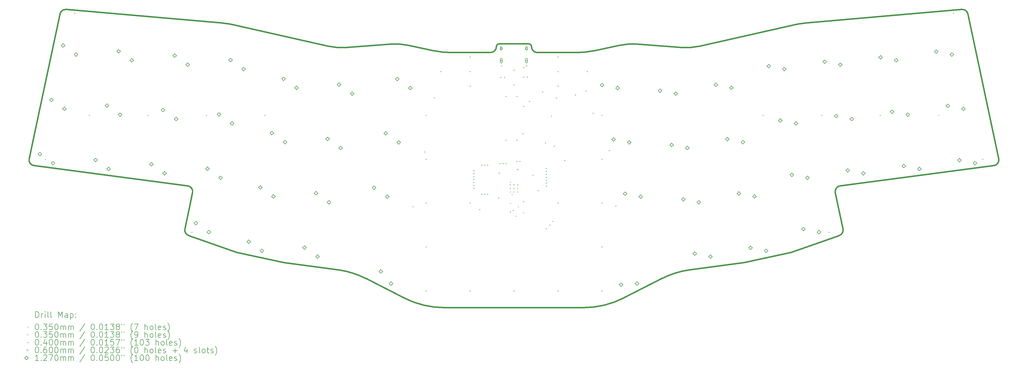
<source format=gbr>
%TF.GenerationSoftware,KiCad,Pcbnew,7.0.2*%
%TF.CreationDate,2024-09-14T12:24:34+10:00*%
%TF.ProjectId,keyboard,6b657962-6f61-4726-942e-6b696361645f,v1.0.0*%
%TF.SameCoordinates,Original*%
%TF.FileFunction,Drillmap*%
%TF.FilePolarity,Positive*%
%FSLAX45Y45*%
G04 Gerber Fmt 4.5, Leading zero omitted, Abs format (unit mm)*
G04 Created by KiCad (PCBNEW 7.0.2) date 2024-09-14 12:24:34*
%MOMM*%
%LPD*%
G01*
G04 APERTURE LIST*
%ADD10C,0.500000*%
%ADD11C,0.200000*%
%ADD12C,0.035000*%
%ADD13C,0.040000*%
%ADD14C,0.060000*%
%ADD15C,0.127000*%
G04 APERTURE END LIST*
D10*
X4694992Y-13863317D02*
G75*
G03*
X4864567Y-14103195I195628J-41583D01*
G01*
X11301533Y-9226771D02*
X5959387Y-8759513D01*
X27258636Y-17664691D02*
X29095823Y-17416497D01*
X36746370Y-8919447D02*
X37797222Y-13863317D01*
X5959387Y-8759511D02*
G75*
G03*
X5746331Y-8917170I-17427J-199239D01*
G01*
X18499412Y-10169101D02*
X17632871Y-9984913D01*
X20446108Y-10234658D02*
G75*
G03*
X20646108Y-10034659I-8J200008D01*
G01*
X37627649Y-14103194D02*
G75*
G03*
X37797222Y-13863317I-26069J198304D01*
G01*
X4993054Y-12461056D02*
X5745847Y-8919447D01*
X26984115Y-10061572D02*
G75*
G03*
X27572436Y-10017620I146795J1994552D01*
G01*
X17070253Y-9946602D02*
X15508101Y-10061570D01*
X32350919Y-16492418D02*
G75*
G03*
X32479800Y-16262299I-66739J188528D01*
G01*
X29095823Y-17416497D02*
X30709766Y-17073443D01*
X10274007Y-15031613D02*
X10183859Y-15455726D01*
X10012412Y-16262298D02*
G75*
G03*
X10141299Y-16492414I195628J-41582D01*
G01*
X4864567Y-14103195D02*
X10104434Y-14791735D01*
X10012417Y-16262299D02*
X10183859Y-15455726D01*
X13396393Y-17416497D02*
X11782450Y-17073443D01*
X19123147Y-10234659D02*
X20446108Y-10234659D01*
X14919780Y-10017620D02*
X11702420Y-9289379D01*
X11702420Y-9289378D02*
G75*
G03*
X11301533Y-9226771I-662300J-2926082D01*
G01*
X14919780Y-10017619D02*
G75*
G03*
X15508101Y-10061570I441530J1950659D01*
G01*
X22046108Y-10234659D02*
X23369069Y-10234659D01*
X27258636Y-17664691D02*
G75*
G03*
X26298301Y-17964665I401624J-2972949D01*
G01*
X21246108Y-9934659D02*
X21746108Y-9934659D01*
X32387781Y-14791730D02*
G75*
G03*
X32218209Y-15031613I26049J-198290D01*
G01*
X30709766Y-17073443D02*
X32350918Y-16492414D01*
X37627649Y-14103195D02*
X32387782Y-14791735D01*
X31190684Y-9226771D02*
G75*
G03*
X30789796Y-9289379I261406J-2988599D01*
G01*
X17503242Y-18631799D02*
G75*
G03*
X18865213Y-18958780I1361978J2673039D01*
G01*
X17503242Y-18631800D02*
X16193916Y-17964665D01*
X18499412Y-10169101D02*
G75*
G03*
X19123147Y-10234659I623738J2934441D01*
G01*
X10274008Y-15031613D02*
G75*
G03*
X10104434Y-14791735I-195628J41583D01*
G01*
X23992804Y-10169101D02*
X24859345Y-9984913D01*
X25421963Y-9946602D02*
X26984115Y-10061570D01*
X36746370Y-8919447D02*
X36745886Y-8917170D01*
X5745847Y-8919447D02*
X5746331Y-8917170D01*
X21246108Y-9934659D02*
X20746108Y-9934659D01*
X23627003Y-18958782D02*
G75*
G03*
X24988975Y-18631800I-13J3000042D01*
G01*
X32479800Y-16262299D02*
X32218209Y-15031613D01*
X36745888Y-8917170D02*
G75*
G03*
X36532829Y-8759513I-195628J-41580D01*
G01*
X20746108Y-9934658D02*
G75*
G03*
X20646108Y-10034659I-8J-99992D01*
G01*
X31190684Y-9226771D02*
X36532829Y-8759513D01*
X21846101Y-10034659D02*
G75*
G03*
X22046108Y-10234659I199999J-1D01*
G01*
X23369069Y-10234658D02*
G75*
G03*
X23992804Y-10169101I11J2999938D01*
G01*
X18865213Y-18958780D02*
X23627003Y-18958780D01*
X15233580Y-17664691D02*
X13396393Y-17416497D01*
X4993054Y-12461056D02*
X4694995Y-13863317D01*
X11782450Y-17073443D02*
X10141299Y-16492414D01*
X17632872Y-9984912D02*
G75*
G03*
X17070253Y-9946602I-415822J-1956318D01*
G01*
X27572436Y-10017620D02*
X30789796Y-9289379D01*
X25421963Y-9946602D02*
G75*
G03*
X24859345Y-9984913I-146794J-1994628D01*
G01*
X16193915Y-17964666D02*
G75*
G03*
X15233580Y-17664691I-1361965J-2672994D01*
G01*
X24988975Y-18631800D02*
X26298301Y-17964665D01*
X21846101Y-10034659D02*
G75*
G03*
X21746108Y-9934659I-100001J-1D01*
G01*
D11*
D12*
X21103608Y-14638750D02*
X21138608Y-14673750D01*
X21138608Y-14638750D02*
X21103608Y-14673750D01*
X21108419Y-15369612D02*
X21143419Y-15404612D01*
X21143419Y-15369612D02*
X21108419Y-15404612D01*
X21168608Y-15073750D02*
X21203608Y-15108750D01*
X21203608Y-15073750D02*
X21168608Y-15108750D01*
X21303608Y-15813750D02*
X21338608Y-15848750D01*
X21338608Y-15813750D02*
X21303608Y-15848750D01*
X21353608Y-14213750D02*
X21388608Y-14248750D01*
X21388608Y-14213750D02*
X21353608Y-14248750D01*
X21378608Y-15488750D02*
X21413608Y-15523750D01*
X21413608Y-15488750D02*
X21378608Y-15523750D01*
X21553608Y-15688750D02*
X21588608Y-15723750D01*
X21588608Y-15688750D02*
X21553608Y-15723750D01*
X21138608Y-14756250D02*
G75*
G03*
X21138608Y-14756250I-17500J0D01*
G01*
X21138608Y-14881250D02*
G75*
G03*
X21138608Y-14881250I-17500J0D01*
G01*
X21138608Y-15006250D02*
G75*
G03*
X21138608Y-15006250I-17500J0D01*
G01*
X21263608Y-14756250D02*
G75*
G03*
X21263608Y-14756250I-17500J0D01*
G01*
X21263608Y-14881250D02*
G75*
G03*
X21263608Y-14881250I-17500J0D01*
G01*
X21263608Y-15006250D02*
G75*
G03*
X21263608Y-15006250I-17500J0D01*
G01*
X21388608Y-14756250D02*
G75*
G03*
X21388608Y-14756250I-17500J0D01*
G01*
X21388608Y-14881250D02*
G75*
G03*
X21388608Y-14881250I-17500J0D01*
G01*
X21388608Y-15006250D02*
G75*
G03*
X21388608Y-15006250I-17500J0D01*
G01*
D13*
X5246108Y-13861250D02*
X5246108Y-13901250D01*
X5226108Y-13881250D02*
X5266108Y-13881250D01*
X6246108Y-8861250D02*
X6246108Y-8901250D01*
X6226108Y-8881250D02*
X6266108Y-8881250D01*
X6746108Y-12361250D02*
X6746108Y-12401250D01*
X6726108Y-12381250D02*
X6766108Y-12381250D01*
X8746108Y-12361250D02*
X8746108Y-12401250D01*
X8726108Y-12381250D02*
X8766108Y-12381250D01*
X10246108Y-16361250D02*
X10246108Y-16401250D01*
X10226108Y-16381250D02*
X10266108Y-16381250D01*
X10746108Y-12361250D02*
X10746108Y-12401250D01*
X10726108Y-12381250D02*
X10766108Y-12381250D01*
X12746108Y-12361250D02*
X12746108Y-12401250D01*
X12726108Y-12381250D02*
X12766108Y-12381250D01*
X17796108Y-15486250D02*
X17796108Y-15526250D01*
X17776108Y-15506250D02*
X17816108Y-15506250D01*
X18196108Y-13611250D02*
X18196108Y-13651250D01*
X18176108Y-13631250D02*
X18216108Y-13631250D01*
X18246108Y-12361250D02*
X18246108Y-12401250D01*
X18226108Y-12381250D02*
X18266108Y-12381250D01*
X18246108Y-13861250D02*
X18246108Y-13901250D01*
X18226108Y-13881250D02*
X18266108Y-13881250D01*
X18246108Y-15361250D02*
X18246108Y-15401250D01*
X18226108Y-15381250D02*
X18266108Y-15381250D01*
X18246108Y-16861250D02*
X18246108Y-16901250D01*
X18226108Y-16881250D02*
X18266108Y-16881250D01*
X18246108Y-18361250D02*
X18246108Y-18401250D01*
X18226108Y-18381250D02*
X18266108Y-18381250D01*
X18521108Y-11761250D02*
X18521108Y-11801250D01*
X18501108Y-11781250D02*
X18541108Y-11781250D01*
X18746108Y-10861250D02*
X18746108Y-10901250D01*
X18726108Y-10881250D02*
X18766108Y-10881250D01*
X19746108Y-10361250D02*
X19746108Y-10401250D01*
X19726108Y-10381250D02*
X19766108Y-10381250D01*
X19746108Y-10861250D02*
X19746108Y-10901250D01*
X19726108Y-10881250D02*
X19766108Y-10881250D01*
X19746108Y-11361250D02*
X19746108Y-11401250D01*
X19726108Y-11381250D02*
X19766108Y-11381250D01*
X19746108Y-15361250D02*
X19746108Y-15401250D01*
X19726108Y-15381250D02*
X19766108Y-15381250D01*
X19746108Y-18361250D02*
X19746108Y-18401250D01*
X19726108Y-18381250D02*
X19766108Y-18381250D01*
X19875000Y-14255000D02*
X19875000Y-14295000D01*
X19855000Y-14275000D02*
X19895000Y-14275000D01*
X19875000Y-14355000D02*
X19875000Y-14395000D01*
X19855000Y-14375000D02*
X19895000Y-14375000D01*
X19875000Y-14455000D02*
X19875000Y-14495000D01*
X19855000Y-14475000D02*
X19895000Y-14475000D01*
X19875000Y-14555000D02*
X19875000Y-14595000D01*
X19855000Y-14575000D02*
X19895000Y-14575000D01*
X19875000Y-14655000D02*
X19875000Y-14695000D01*
X19855000Y-14675000D02*
X19895000Y-14675000D01*
X19875000Y-14755000D02*
X19875000Y-14795000D01*
X19855000Y-14775000D02*
X19895000Y-14775000D01*
X19875000Y-14855000D02*
X19875000Y-14895000D01*
X19855000Y-14875000D02*
X19895000Y-14875000D01*
X20071108Y-15586250D02*
X20071108Y-15626250D01*
X20051108Y-15606250D02*
X20091108Y-15606250D01*
X20146108Y-14061250D02*
X20146108Y-14101250D01*
X20126108Y-14081250D02*
X20166108Y-14081250D01*
X20146108Y-15061250D02*
X20146108Y-15101250D01*
X20126108Y-15081250D02*
X20166108Y-15081250D01*
X20246108Y-14061250D02*
X20246108Y-14101250D01*
X20226108Y-14081250D02*
X20266108Y-14081250D01*
X20246108Y-15061250D02*
X20246108Y-15101250D01*
X20226108Y-15081250D02*
X20266108Y-15081250D01*
X20346108Y-14061250D02*
X20346108Y-14101250D01*
X20326108Y-14081250D02*
X20366108Y-14081250D01*
X20346108Y-15061250D02*
X20346108Y-15101250D01*
X20326108Y-15081250D02*
X20366108Y-15081250D01*
X20721108Y-15186250D02*
X20721108Y-15226250D01*
X20701108Y-15206250D02*
X20741108Y-15206250D01*
X20746108Y-14336250D02*
X20746108Y-14376250D01*
X20726108Y-14356250D02*
X20766108Y-14356250D01*
X20771108Y-14011250D02*
X20771108Y-14051250D01*
X20751108Y-14031250D02*
X20791108Y-14031250D01*
X20796108Y-11061250D02*
X20796108Y-11101250D01*
X20776108Y-11081250D02*
X20816108Y-11081250D01*
X20821608Y-10671250D02*
X20821608Y-10711250D01*
X20801608Y-10691250D02*
X20841608Y-10691250D01*
X20871108Y-14011250D02*
X20871108Y-14051250D01*
X20851108Y-14031250D02*
X20891108Y-14031250D01*
X20921108Y-11061250D02*
X20921108Y-11101250D01*
X20901108Y-11081250D02*
X20941108Y-11081250D01*
X20971108Y-11711250D02*
X20971108Y-11751250D01*
X20951108Y-11731250D02*
X20991108Y-11731250D01*
X20971108Y-13211250D02*
X20971108Y-13251250D01*
X20951108Y-13231250D02*
X20991108Y-13231250D01*
X20971108Y-14011250D02*
X20971108Y-14051250D01*
X20951108Y-14031250D02*
X20991108Y-14031250D01*
X21121108Y-15661250D02*
X21121108Y-15701250D01*
X21101108Y-15681250D02*
X21141108Y-15681250D01*
X21221108Y-15611250D02*
X21221108Y-15651250D01*
X21201108Y-15631250D02*
X21241108Y-15631250D01*
X21242716Y-11321250D02*
X21242716Y-11361250D01*
X21222716Y-11341250D02*
X21262716Y-11341250D01*
X21246108Y-10811250D02*
X21246108Y-10851250D01*
X21226108Y-10831250D02*
X21266108Y-10831250D01*
X21246108Y-18361250D02*
X21246108Y-18401250D01*
X21226108Y-18381250D02*
X21266108Y-18381250D01*
X21346108Y-11711250D02*
X21346108Y-11751250D01*
X21326108Y-11731250D02*
X21366108Y-11731250D01*
X21346108Y-13211250D02*
X21346108Y-13251250D01*
X21326108Y-13231250D02*
X21366108Y-13231250D01*
X21346108Y-13936250D02*
X21346108Y-13976250D01*
X21326108Y-13956250D02*
X21366108Y-13956250D01*
X21446108Y-13936250D02*
X21446108Y-13976250D01*
X21426108Y-13956250D02*
X21466108Y-13956250D01*
X21546108Y-12986250D02*
X21546108Y-13026250D01*
X21526108Y-13006250D02*
X21566108Y-13006250D01*
X21571108Y-11051250D02*
X21571108Y-11091250D01*
X21551108Y-11071250D02*
X21591108Y-11071250D01*
X21571108Y-15311250D02*
X21571108Y-15351250D01*
X21551108Y-15331250D02*
X21591108Y-15331250D01*
X21575000Y-10730000D02*
X21575000Y-10770000D01*
X21555000Y-10750000D02*
X21595000Y-10750000D01*
X21575000Y-12055000D02*
X21575000Y-12095000D01*
X21555000Y-12075000D02*
X21595000Y-12075000D01*
X21671608Y-10671250D02*
X21671608Y-10711250D01*
X21651608Y-10691250D02*
X21691608Y-10691250D01*
X21696608Y-11051250D02*
X21696608Y-11091250D01*
X21676608Y-11071250D02*
X21716608Y-11071250D01*
X21775000Y-11880000D02*
X21775000Y-11920000D01*
X21755000Y-11900000D02*
X21795000Y-11900000D01*
X21896108Y-14411250D02*
X21896108Y-14451250D01*
X21876108Y-14431250D02*
X21916108Y-14431250D01*
X22071108Y-14936250D02*
X22071108Y-14976250D01*
X22051108Y-14956250D02*
X22091108Y-14956250D01*
X22225000Y-11561250D02*
X22225000Y-11601250D01*
X22205000Y-11581250D02*
X22245000Y-11581250D01*
X22321108Y-13305000D02*
X22321108Y-13345000D01*
X22301108Y-13325000D02*
X22341108Y-13325000D01*
X22346108Y-16236250D02*
X22346108Y-16276250D01*
X22326108Y-16256250D02*
X22366108Y-16256250D01*
X22350000Y-14180000D02*
X22350000Y-14220000D01*
X22330000Y-14200000D02*
X22370000Y-14200000D01*
X22350000Y-14280000D02*
X22350000Y-14320000D01*
X22330000Y-14300000D02*
X22370000Y-14300000D01*
X22350000Y-14380000D02*
X22350000Y-14420000D01*
X22330000Y-14400000D02*
X22370000Y-14400000D01*
X22350000Y-14480000D02*
X22350000Y-14520000D01*
X22330000Y-14500000D02*
X22370000Y-14500000D01*
X22350000Y-14580000D02*
X22350000Y-14620000D01*
X22330000Y-14600000D02*
X22370000Y-14600000D01*
X22350000Y-14680000D02*
X22350000Y-14720000D01*
X22330000Y-14700000D02*
X22370000Y-14700000D01*
X22350000Y-14780000D02*
X22350000Y-14820000D01*
X22330000Y-14800000D02*
X22370000Y-14800000D01*
X22471108Y-16111250D02*
X22471108Y-16151250D01*
X22451108Y-16131250D02*
X22491108Y-16131250D01*
X22521108Y-12386250D02*
X22521108Y-12426250D01*
X22501108Y-12406250D02*
X22541108Y-12406250D01*
X22571108Y-15986250D02*
X22571108Y-16026250D01*
X22551108Y-16006250D02*
X22591108Y-16006250D01*
X22621108Y-13411250D02*
X22621108Y-13451250D01*
X22601108Y-13431250D02*
X22641108Y-13431250D01*
X22696108Y-11761250D02*
X22696108Y-11801250D01*
X22676108Y-11781250D02*
X22716108Y-11781250D01*
X22746108Y-10361250D02*
X22746108Y-10401250D01*
X22726108Y-10381250D02*
X22766108Y-10381250D01*
X22746108Y-10861250D02*
X22746108Y-10901250D01*
X22726108Y-10881250D02*
X22766108Y-10881250D01*
X22746108Y-11361250D02*
X22746108Y-11401250D01*
X22726108Y-11381250D02*
X22766108Y-11381250D01*
X22746108Y-15361250D02*
X22746108Y-15401250D01*
X22726108Y-15381250D02*
X22766108Y-15381250D01*
X22746108Y-18361250D02*
X22746108Y-18401250D01*
X22726108Y-18381250D02*
X22766108Y-18381250D01*
X22975000Y-13905000D02*
X22975000Y-13945000D01*
X22955000Y-13925000D02*
X22995000Y-13925000D01*
X23346108Y-11661250D02*
X23346108Y-11701250D01*
X23326108Y-11681250D02*
X23366108Y-11681250D01*
X23700000Y-11530000D02*
X23700000Y-11570000D01*
X23680000Y-11550000D02*
X23720000Y-11550000D01*
X23746108Y-10861250D02*
X23746108Y-10901250D01*
X23726108Y-10881250D02*
X23766108Y-10881250D01*
X23946108Y-12286250D02*
X23946108Y-12326250D01*
X23926108Y-12306250D02*
X23966108Y-12306250D01*
X24246108Y-12361250D02*
X24246108Y-12401250D01*
X24226108Y-12381250D02*
X24266108Y-12381250D01*
X24246108Y-13861250D02*
X24246108Y-13901250D01*
X24226108Y-13881250D02*
X24266108Y-13881250D01*
X24246108Y-15361250D02*
X24246108Y-15401250D01*
X24226108Y-15381250D02*
X24266108Y-15381250D01*
X24246108Y-16861250D02*
X24246108Y-16901250D01*
X24226108Y-16881250D02*
X24266108Y-16881250D01*
X24246108Y-18361250D02*
X24246108Y-18401250D01*
X24226108Y-18381250D02*
X24266108Y-18381250D01*
X24496108Y-13561250D02*
X24496108Y-13601250D01*
X24476108Y-13581250D02*
X24516108Y-13581250D01*
X24721108Y-15461250D02*
X24721108Y-15501250D01*
X24701108Y-15481250D02*
X24741108Y-15481250D01*
X29746108Y-12361250D02*
X29746108Y-12401250D01*
X29726108Y-12381250D02*
X29766108Y-12381250D01*
X31746108Y-12361250D02*
X31746108Y-12401250D01*
X31726108Y-12381250D02*
X31766108Y-12381250D01*
X31996108Y-16361250D02*
X31996108Y-16401250D01*
X31976108Y-16381250D02*
X32016108Y-16381250D01*
X33746108Y-12361250D02*
X33746108Y-12401250D01*
X33726108Y-12381250D02*
X33766108Y-12381250D01*
X35746108Y-12361250D02*
X35746108Y-12401250D01*
X35726108Y-12381250D02*
X35766108Y-12381250D01*
X36246108Y-8861250D02*
X36246108Y-8901250D01*
X36226108Y-8881250D02*
X36266108Y-8881250D01*
X37246108Y-13861250D02*
X37246108Y-13901250D01*
X37226108Y-13881250D02*
X37266108Y-13881250D01*
D14*
X20831929Y-10112463D02*
X20831929Y-10070037D01*
X20789503Y-10070037D01*
X20789503Y-10112463D01*
X20831929Y-10112463D01*
D11*
X20780716Y-10061250D02*
X20780716Y-10121250D01*
X20780716Y-10121250D02*
G75*
G03*
X20840716Y-10121250I30000J0D01*
G01*
X20840716Y-10121250D02*
X20840716Y-10061250D01*
X20840716Y-10061250D02*
G75*
G03*
X20780716Y-10061250I-30000J0D01*
G01*
D14*
X20831929Y-10530463D02*
X20831929Y-10488037D01*
X20789503Y-10488037D01*
X20789503Y-10530463D01*
X20831929Y-10530463D01*
D11*
X20780716Y-10454250D02*
X20780716Y-10564250D01*
X20780716Y-10564250D02*
G75*
G03*
X20840716Y-10564250I30000J0D01*
G01*
X20840716Y-10564250D02*
X20840716Y-10454250D01*
X20840716Y-10454250D02*
G75*
G03*
X20780716Y-10454250I-30000J0D01*
G01*
D14*
X21695929Y-10112463D02*
X21695929Y-10070037D01*
X21653503Y-10070037D01*
X21653503Y-10112463D01*
X21695929Y-10112463D01*
D11*
X21644716Y-10061250D02*
X21644716Y-10121250D01*
X21644716Y-10121250D02*
G75*
G03*
X21704716Y-10121250I30000J0D01*
G01*
X21704716Y-10121250D02*
X21704716Y-10061250D01*
X21704716Y-10061250D02*
G75*
G03*
X21644716Y-10061250I-30000J0D01*
G01*
D14*
X21695929Y-10530463D02*
X21695929Y-10488037D01*
X21653503Y-10488037D01*
X21653503Y-10530463D01*
X21695929Y-10530463D01*
D11*
X21644716Y-10454250D02*
X21644716Y-10564250D01*
X21644716Y-10564250D02*
G75*
G03*
X21704716Y-10564250I30000J0D01*
G01*
X21704716Y-10564250D02*
X21704716Y-10454250D01*
X21704716Y-10454250D02*
G75*
G03*
X21644716Y-10454250I-30000J0D01*
G01*
D15*
X5060419Y-13770795D02*
X5123919Y-13707295D01*
X5060419Y-13643795D01*
X4996919Y-13707295D01*
X5060419Y-13770795D01*
X5455451Y-11912315D02*
X5518951Y-11848815D01*
X5455451Y-11785315D01*
X5391951Y-11848815D01*
X5455451Y-11912315D01*
X5505831Y-14080162D02*
X5569331Y-14016662D01*
X5505831Y-13953162D01*
X5442331Y-14016662D01*
X5505831Y-14080162D01*
X5850483Y-10053835D02*
X5913983Y-9990335D01*
X5850483Y-9926835D01*
X5786983Y-9990335D01*
X5850483Y-10053835D01*
X5900863Y-12221682D02*
X5964363Y-12158182D01*
X5900863Y-12094682D01*
X5837363Y-12158182D01*
X5900863Y-12221682D01*
X6295895Y-10363202D02*
X6359395Y-10299702D01*
X6295895Y-10236202D01*
X6232395Y-10299702D01*
X6295895Y-10363202D01*
X6960481Y-13970198D02*
X7023981Y-13906698D01*
X6960481Y-13843198D01*
X6896981Y-13906698D01*
X6960481Y-13970198D01*
X7355514Y-12111718D02*
X7419014Y-12048218D01*
X7355514Y-11984718D01*
X7292014Y-12048218D01*
X7355514Y-12111718D01*
X7405894Y-14279565D02*
X7469394Y-14216065D01*
X7405894Y-14152565D01*
X7342394Y-14216065D01*
X7405894Y-14279565D01*
X7750546Y-10253237D02*
X7814046Y-10189737D01*
X7750546Y-10126237D01*
X7687046Y-10189737D01*
X7750546Y-10253237D01*
X7800926Y-12421085D02*
X7864426Y-12357585D01*
X7800926Y-12294085D01*
X7737426Y-12357585D01*
X7800926Y-12421085D01*
X8195958Y-10562604D02*
X8259458Y-10499104D01*
X8195958Y-10435604D01*
X8132458Y-10499104D01*
X8195958Y-10562604D01*
X8870940Y-14120693D02*
X8934440Y-14057193D01*
X8870940Y-13993693D01*
X8807440Y-14057193D01*
X8870940Y-14120693D01*
X9265972Y-12262213D02*
X9329472Y-12198713D01*
X9265972Y-12135213D01*
X9202472Y-12198713D01*
X9265972Y-12262213D01*
X9316352Y-14430060D02*
X9379852Y-14366560D01*
X9316352Y-14303060D01*
X9252852Y-14366560D01*
X9316352Y-14430060D01*
X9661004Y-10403733D02*
X9724504Y-10340233D01*
X9661004Y-10276733D01*
X9597504Y-10340233D01*
X9661004Y-10403733D01*
X9711384Y-12571580D02*
X9774884Y-12508080D01*
X9711384Y-12444580D01*
X9647884Y-12508080D01*
X9711384Y-12571580D01*
X10106417Y-10713100D02*
X10169917Y-10649600D01*
X10106417Y-10586100D01*
X10042917Y-10649600D01*
X10106417Y-10713100D01*
X10386366Y-16129669D02*
X10449866Y-16066169D01*
X10386366Y-16002669D01*
X10322866Y-16066169D01*
X10386366Y-16129669D01*
X10781398Y-14271189D02*
X10844898Y-14207689D01*
X10781398Y-14144189D01*
X10717898Y-14207689D01*
X10781398Y-14271189D01*
X10831778Y-16439036D02*
X10895278Y-16375536D01*
X10831778Y-16312036D01*
X10768278Y-16375536D01*
X10831778Y-16439036D01*
X11176430Y-12412708D02*
X11239930Y-12349208D01*
X11176430Y-12285708D01*
X11112930Y-12349208D01*
X11176430Y-12412708D01*
X11226810Y-14580556D02*
X11290310Y-14517056D01*
X11226810Y-14453556D01*
X11163311Y-14517056D01*
X11226810Y-14580556D01*
X11571463Y-10554228D02*
X11634963Y-10490728D01*
X11571463Y-10427228D01*
X11507963Y-10490728D01*
X11571463Y-10554228D01*
X11621843Y-12722075D02*
X11685343Y-12658575D01*
X11621843Y-12595075D01*
X11558343Y-12658575D01*
X11621843Y-12722075D01*
X12016875Y-10863595D02*
X12080375Y-10800095D01*
X12016875Y-10736595D01*
X11953375Y-10800095D01*
X12016875Y-10863595D01*
X12192868Y-16769238D02*
X12256368Y-16705738D01*
X12192868Y-16642238D01*
X12129368Y-16705738D01*
X12192868Y-16769238D01*
X12587901Y-14910758D02*
X12651401Y-14847258D01*
X12587901Y-14783758D01*
X12524401Y-14847258D01*
X12587901Y-14910758D01*
X12638281Y-17078605D02*
X12701781Y-17015105D01*
X12638281Y-16951605D01*
X12574781Y-17015105D01*
X12638281Y-17078605D01*
X12982933Y-13052277D02*
X13046433Y-12988777D01*
X12982933Y-12925277D01*
X12919433Y-12988777D01*
X12982933Y-13052277D01*
X13033313Y-15220125D02*
X13096813Y-15156625D01*
X13033313Y-15093125D01*
X12969813Y-15156625D01*
X13033313Y-15220125D01*
X13377965Y-11193797D02*
X13441465Y-11130297D01*
X13377965Y-11066797D01*
X13314465Y-11130297D01*
X13377965Y-11193797D01*
X13428345Y-13361644D02*
X13491845Y-13298144D01*
X13428345Y-13234644D01*
X13364845Y-13298144D01*
X13428345Y-13361644D01*
X13823377Y-11503164D02*
X13886877Y-11439664D01*
X13823377Y-11376164D01*
X13759877Y-11439664D01*
X13823377Y-11503164D01*
X14092931Y-16968641D02*
X14156431Y-16905141D01*
X14092931Y-16841641D01*
X14029431Y-16905141D01*
X14092931Y-16968641D01*
X14487963Y-15110161D02*
X14551463Y-15046661D01*
X14487963Y-14983161D01*
X14424463Y-15046661D01*
X14487963Y-15110161D01*
X14538344Y-17278008D02*
X14601844Y-17214508D01*
X14538344Y-17151008D01*
X14474844Y-17214508D01*
X14538344Y-17278008D01*
X14882996Y-13251680D02*
X14946496Y-13188180D01*
X14882996Y-13124680D01*
X14819496Y-13188180D01*
X14882996Y-13251680D01*
X14933376Y-15419528D02*
X14996876Y-15356028D01*
X14933376Y-15292528D01*
X14869876Y-15356028D01*
X14933376Y-15419528D01*
X15278028Y-11393200D02*
X15341528Y-11329700D01*
X15278028Y-11266200D01*
X15214528Y-11329700D01*
X15278028Y-11393200D01*
X15328408Y-13561047D02*
X15391908Y-13497547D01*
X15328408Y-13434047D01*
X15264908Y-13497547D01*
X15328408Y-13561047D01*
X15723440Y-11702567D02*
X15786940Y-11639067D01*
X15723440Y-11575567D01*
X15659940Y-11639067D01*
X15723440Y-11702567D01*
X16471191Y-14918304D02*
X16534691Y-14854804D01*
X16471191Y-14791304D01*
X16407691Y-14854804D01*
X16471191Y-14918304D01*
X16698640Y-17785900D02*
X16762140Y-17722400D01*
X16698640Y-17658900D01*
X16635140Y-17722400D01*
X16698640Y-17785900D01*
X16866223Y-13059824D02*
X16929723Y-12996324D01*
X16866223Y-12932824D01*
X16802723Y-12996324D01*
X16866223Y-13059824D01*
X16916603Y-15227671D02*
X16980103Y-15164171D01*
X16916603Y-15100671D01*
X16853103Y-15164171D01*
X16916603Y-15227671D01*
X17048806Y-18200007D02*
X17112306Y-18136507D01*
X17048806Y-18073007D01*
X16985306Y-18136507D01*
X17048806Y-18200007D01*
X17261255Y-11201343D02*
X17324755Y-11137843D01*
X17261255Y-11074343D01*
X17197755Y-11137843D01*
X17261255Y-11201343D01*
X17311636Y-13369191D02*
X17375136Y-13305691D01*
X17311636Y-13242191D01*
X17248136Y-13305691D01*
X17311636Y-13369191D01*
X17706668Y-11510710D02*
X17770168Y-11447210D01*
X17706668Y-11383710D01*
X17643168Y-11447210D01*
X17706668Y-11510710D01*
X24252813Y-11409255D02*
X24316313Y-11345755D01*
X24252813Y-11282255D01*
X24189313Y-11345755D01*
X24252813Y-11409255D01*
X24647845Y-13267736D02*
X24711345Y-13204236D01*
X24647845Y-13140736D01*
X24584345Y-13204236D01*
X24647845Y-13267736D01*
X24785549Y-11510710D02*
X24849049Y-11447210D01*
X24785549Y-11383710D01*
X24722049Y-11447210D01*
X24785549Y-11510710D01*
X24902569Y-18239890D02*
X24966069Y-18176390D01*
X24902569Y-18112890D01*
X24839069Y-18176390D01*
X24902569Y-18239890D01*
X25042878Y-15126216D02*
X25106378Y-15062716D01*
X25042878Y-14999216D01*
X24979378Y-15062716D01*
X25042878Y-15126216D01*
X25180581Y-13369191D02*
X25244081Y-13305691D01*
X25180581Y-13242191D01*
X25117081Y-13305691D01*
X25180581Y-13369191D01*
X25443410Y-18200007D02*
X25506910Y-18136507D01*
X25443410Y-18073007D01*
X25379910Y-18136507D01*
X25443410Y-18200007D01*
X25575613Y-15227671D02*
X25639113Y-15164171D01*
X25575613Y-15100671D01*
X25512113Y-15164171D01*
X25575613Y-15227671D01*
X26236041Y-11601111D02*
X26299541Y-11537611D01*
X26236041Y-11474111D01*
X26172541Y-11537611D01*
X26236041Y-11601111D01*
X26631073Y-13459592D02*
X26694573Y-13396092D01*
X26631073Y-13332592D01*
X26567573Y-13396092D01*
X26631073Y-13459592D01*
X26768776Y-11702567D02*
X26832276Y-11639067D01*
X26768776Y-11575567D01*
X26705276Y-11639067D01*
X26768776Y-11702567D01*
X27026105Y-15318072D02*
X27089605Y-15254572D01*
X27026105Y-15191072D01*
X26962605Y-15254572D01*
X27026105Y-15318072D01*
X27163808Y-13561047D02*
X27227308Y-13497547D01*
X27163808Y-13434047D01*
X27100308Y-13497547D01*
X27163808Y-13561047D01*
X27421137Y-17176553D02*
X27484637Y-17113053D01*
X27421137Y-17049553D01*
X27357637Y-17113053D01*
X27421137Y-17176553D01*
X27558840Y-15419528D02*
X27622340Y-15356028D01*
X27558840Y-15292528D01*
X27495340Y-15356028D01*
X27558840Y-15419528D01*
X27953873Y-17278008D02*
X28017373Y-17214508D01*
X27953873Y-17151008D01*
X27890373Y-17214508D01*
X27953873Y-17278008D01*
X28136103Y-11401709D02*
X28199603Y-11338209D01*
X28136103Y-11274709D01*
X28072603Y-11338209D01*
X28136103Y-11401709D01*
X28531136Y-13260189D02*
X28594636Y-13196689D01*
X28531136Y-13133189D01*
X28467636Y-13196689D01*
X28531136Y-13260189D01*
X28668839Y-11503164D02*
X28732339Y-11439664D01*
X28668839Y-11376164D01*
X28605339Y-11439664D01*
X28668839Y-11503164D01*
X28926168Y-15118670D02*
X28989668Y-15055170D01*
X28926168Y-14991670D01*
X28862668Y-15055170D01*
X28926168Y-15118670D01*
X29063871Y-13361644D02*
X29127371Y-13298144D01*
X29063871Y-13234644D01*
X29000371Y-13298144D01*
X29063871Y-13361644D01*
X29321200Y-16977150D02*
X29384700Y-16913650D01*
X29321200Y-16850150D01*
X29257700Y-16913650D01*
X29321200Y-16977150D01*
X29458903Y-15220125D02*
X29522403Y-15156625D01*
X29458903Y-15093125D01*
X29395403Y-15156625D01*
X29458903Y-15220125D01*
X29853935Y-17078605D02*
X29917435Y-17015105D01*
X29853935Y-16951605D01*
X29790435Y-17015105D01*
X29853935Y-17078605D01*
X29942606Y-10762140D02*
X30006106Y-10698640D01*
X29942606Y-10635140D01*
X29879106Y-10698640D01*
X29942606Y-10762140D01*
X30337638Y-12620620D02*
X30401138Y-12557120D01*
X30337638Y-12493620D01*
X30274138Y-12557120D01*
X30337638Y-12620620D01*
X30475341Y-10863595D02*
X30538841Y-10800095D01*
X30475341Y-10736595D01*
X30411841Y-10800095D01*
X30475341Y-10863595D01*
X30732670Y-14479101D02*
X30796170Y-14415601D01*
X30732670Y-14352101D01*
X30669170Y-14415601D01*
X30732670Y-14479101D01*
X30870373Y-12722075D02*
X30933873Y-12658575D01*
X30870373Y-12595075D01*
X30806873Y-12658575D01*
X30870373Y-12722075D01*
X31127703Y-16337581D02*
X31191203Y-16274081D01*
X31127703Y-16210581D01*
X31064203Y-16274081D01*
X31127703Y-16337581D01*
X31265406Y-14580556D02*
X31328906Y-14517056D01*
X31265406Y-14453556D01*
X31201906Y-14517056D01*
X31265406Y-14580556D01*
X31660438Y-16439036D02*
X31723938Y-16375536D01*
X31660438Y-16312036D01*
X31596938Y-16375536D01*
X31660438Y-16439036D01*
X31853064Y-10611644D02*
X31916564Y-10548144D01*
X31853064Y-10484644D01*
X31789564Y-10548144D01*
X31853064Y-10611644D01*
X32248097Y-12470125D02*
X32311597Y-12406625D01*
X32248097Y-12343125D01*
X32184597Y-12406625D01*
X32248097Y-12470125D01*
X32385800Y-10713100D02*
X32449300Y-10649600D01*
X32385800Y-10586100D01*
X32322300Y-10649600D01*
X32385800Y-10713100D01*
X32643129Y-14328605D02*
X32706629Y-14265105D01*
X32643129Y-14201605D01*
X32579629Y-14265105D01*
X32643129Y-14328605D01*
X32780832Y-12571580D02*
X32844332Y-12508080D01*
X32780832Y-12444580D01*
X32717332Y-12508080D01*
X32780832Y-12571580D01*
X33175864Y-14430060D02*
X33239364Y-14366560D01*
X33175864Y-14303060D01*
X33112364Y-14366560D01*
X33175864Y-14430060D01*
X33763523Y-10461149D02*
X33827023Y-10397649D01*
X33763523Y-10334149D01*
X33700023Y-10397649D01*
X33763523Y-10461149D01*
X34158555Y-12319629D02*
X34222055Y-12256129D01*
X34158555Y-12192629D01*
X34095055Y-12256129D01*
X34158555Y-12319629D01*
X34296258Y-10562604D02*
X34359758Y-10499104D01*
X34296258Y-10435604D01*
X34232758Y-10499104D01*
X34296258Y-10562604D01*
X34553587Y-14178110D02*
X34617087Y-14114610D01*
X34553587Y-14051110D01*
X34490087Y-14114610D01*
X34553587Y-14178110D01*
X34691290Y-12421085D02*
X34754790Y-12357585D01*
X34691290Y-12294085D01*
X34627790Y-12357585D01*
X34691290Y-12421085D01*
X35086323Y-14279565D02*
X35149823Y-14216065D01*
X35086323Y-14152565D01*
X35022823Y-14216065D01*
X35086323Y-14279565D01*
X35663586Y-10261746D02*
X35727086Y-10198246D01*
X35663586Y-10134746D01*
X35600086Y-10198246D01*
X35663586Y-10261746D01*
X36058618Y-12120227D02*
X36122118Y-12056727D01*
X36058618Y-11993227D01*
X35995118Y-12056727D01*
X36058618Y-12120227D01*
X36196321Y-10363202D02*
X36259821Y-10299702D01*
X36196321Y-10236202D01*
X36132821Y-10299702D01*
X36196321Y-10363202D01*
X36453650Y-13978707D02*
X36517150Y-13915207D01*
X36453650Y-13851707D01*
X36390150Y-13915207D01*
X36453650Y-13978707D01*
X36591353Y-12221682D02*
X36654853Y-12158182D01*
X36591353Y-12094682D01*
X36527853Y-12158182D01*
X36591353Y-12221682D01*
X36986385Y-14080162D02*
X37049885Y-14016662D01*
X36986385Y-13953162D01*
X36922885Y-14016662D01*
X36986385Y-14080162D01*
D11*
X4913240Y-19296304D02*
X4913240Y-19096304D01*
X4913240Y-19096304D02*
X4960859Y-19096304D01*
X4960859Y-19096304D02*
X4989430Y-19105828D01*
X4989430Y-19105828D02*
X5008478Y-19124876D01*
X5008478Y-19124876D02*
X5018002Y-19143923D01*
X5018002Y-19143923D02*
X5027526Y-19182018D01*
X5027526Y-19182018D02*
X5027526Y-19210590D01*
X5027526Y-19210590D02*
X5018002Y-19248685D01*
X5018002Y-19248685D02*
X5008478Y-19267733D01*
X5008478Y-19267733D02*
X4989430Y-19286780D01*
X4989430Y-19286780D02*
X4960859Y-19296304D01*
X4960859Y-19296304D02*
X4913240Y-19296304D01*
X5113240Y-19296304D02*
X5113240Y-19162971D01*
X5113240Y-19201066D02*
X5122764Y-19182018D01*
X5122764Y-19182018D02*
X5132288Y-19172495D01*
X5132288Y-19172495D02*
X5151335Y-19162971D01*
X5151335Y-19162971D02*
X5170383Y-19162971D01*
X5237049Y-19296304D02*
X5237049Y-19162971D01*
X5237049Y-19096304D02*
X5227526Y-19105828D01*
X5227526Y-19105828D02*
X5237049Y-19115352D01*
X5237049Y-19115352D02*
X5246573Y-19105828D01*
X5246573Y-19105828D02*
X5237049Y-19096304D01*
X5237049Y-19096304D02*
X5237049Y-19115352D01*
X5360859Y-19296304D02*
X5341811Y-19286780D01*
X5341811Y-19286780D02*
X5332288Y-19267733D01*
X5332288Y-19267733D02*
X5332288Y-19096304D01*
X5465621Y-19296304D02*
X5446573Y-19286780D01*
X5446573Y-19286780D02*
X5437049Y-19267733D01*
X5437049Y-19267733D02*
X5437049Y-19096304D01*
X5694192Y-19296304D02*
X5694192Y-19096304D01*
X5694192Y-19096304D02*
X5760859Y-19239161D01*
X5760859Y-19239161D02*
X5827526Y-19096304D01*
X5827526Y-19096304D02*
X5827526Y-19296304D01*
X6008478Y-19296304D02*
X6008478Y-19191542D01*
X6008478Y-19191542D02*
X5998954Y-19172495D01*
X5998954Y-19172495D02*
X5979907Y-19162971D01*
X5979907Y-19162971D02*
X5941811Y-19162971D01*
X5941811Y-19162971D02*
X5922764Y-19172495D01*
X6008478Y-19286780D02*
X5989430Y-19296304D01*
X5989430Y-19296304D02*
X5941811Y-19296304D01*
X5941811Y-19296304D02*
X5922764Y-19286780D01*
X5922764Y-19286780D02*
X5913240Y-19267733D01*
X5913240Y-19267733D02*
X5913240Y-19248685D01*
X5913240Y-19248685D02*
X5922764Y-19229637D01*
X5922764Y-19229637D02*
X5941811Y-19220114D01*
X5941811Y-19220114D02*
X5989430Y-19220114D01*
X5989430Y-19220114D02*
X6008478Y-19210590D01*
X6103716Y-19162971D02*
X6103716Y-19362971D01*
X6103716Y-19172495D02*
X6122764Y-19162971D01*
X6122764Y-19162971D02*
X6160859Y-19162971D01*
X6160859Y-19162971D02*
X6179907Y-19172495D01*
X6179907Y-19172495D02*
X6189430Y-19182018D01*
X6189430Y-19182018D02*
X6198954Y-19201066D01*
X6198954Y-19201066D02*
X6198954Y-19258209D01*
X6198954Y-19258209D02*
X6189430Y-19277256D01*
X6189430Y-19277256D02*
X6179907Y-19286780D01*
X6179907Y-19286780D02*
X6160859Y-19296304D01*
X6160859Y-19296304D02*
X6122764Y-19296304D01*
X6122764Y-19296304D02*
X6103716Y-19286780D01*
X6284668Y-19277256D02*
X6294192Y-19286780D01*
X6294192Y-19286780D02*
X6284668Y-19296304D01*
X6284668Y-19296304D02*
X6275145Y-19286780D01*
X6275145Y-19286780D02*
X6284668Y-19277256D01*
X6284668Y-19277256D02*
X6284668Y-19296304D01*
X6284668Y-19172495D02*
X6294192Y-19182018D01*
X6294192Y-19182018D02*
X6284668Y-19191542D01*
X6284668Y-19191542D02*
X6275145Y-19182018D01*
X6275145Y-19182018D02*
X6284668Y-19172495D01*
X6284668Y-19172495D02*
X6284668Y-19191542D01*
D12*
X4630621Y-19606280D02*
X4665621Y-19641280D01*
X4665621Y-19606280D02*
X4630621Y-19641280D01*
D11*
X4951335Y-19516304D02*
X4970383Y-19516304D01*
X4970383Y-19516304D02*
X4989430Y-19525828D01*
X4989430Y-19525828D02*
X4998954Y-19535352D01*
X4998954Y-19535352D02*
X5008478Y-19554399D01*
X5008478Y-19554399D02*
X5018002Y-19592495D01*
X5018002Y-19592495D02*
X5018002Y-19640114D01*
X5018002Y-19640114D02*
X5008478Y-19678209D01*
X5008478Y-19678209D02*
X4998954Y-19697256D01*
X4998954Y-19697256D02*
X4989430Y-19706780D01*
X4989430Y-19706780D02*
X4970383Y-19716304D01*
X4970383Y-19716304D02*
X4951335Y-19716304D01*
X4951335Y-19716304D02*
X4932288Y-19706780D01*
X4932288Y-19706780D02*
X4922764Y-19697256D01*
X4922764Y-19697256D02*
X4913240Y-19678209D01*
X4913240Y-19678209D02*
X4903716Y-19640114D01*
X4903716Y-19640114D02*
X4903716Y-19592495D01*
X4903716Y-19592495D02*
X4913240Y-19554399D01*
X4913240Y-19554399D02*
X4922764Y-19535352D01*
X4922764Y-19535352D02*
X4932288Y-19525828D01*
X4932288Y-19525828D02*
X4951335Y-19516304D01*
X5103716Y-19697256D02*
X5113240Y-19706780D01*
X5113240Y-19706780D02*
X5103716Y-19716304D01*
X5103716Y-19716304D02*
X5094192Y-19706780D01*
X5094192Y-19706780D02*
X5103716Y-19697256D01*
X5103716Y-19697256D02*
X5103716Y-19716304D01*
X5179907Y-19516304D02*
X5303716Y-19516304D01*
X5303716Y-19516304D02*
X5237049Y-19592495D01*
X5237049Y-19592495D02*
X5265621Y-19592495D01*
X5265621Y-19592495D02*
X5284669Y-19602018D01*
X5284669Y-19602018D02*
X5294192Y-19611542D01*
X5294192Y-19611542D02*
X5303716Y-19630590D01*
X5303716Y-19630590D02*
X5303716Y-19678209D01*
X5303716Y-19678209D02*
X5294192Y-19697256D01*
X5294192Y-19697256D02*
X5284669Y-19706780D01*
X5284669Y-19706780D02*
X5265621Y-19716304D01*
X5265621Y-19716304D02*
X5208478Y-19716304D01*
X5208478Y-19716304D02*
X5189430Y-19706780D01*
X5189430Y-19706780D02*
X5179907Y-19697256D01*
X5484669Y-19516304D02*
X5389430Y-19516304D01*
X5389430Y-19516304D02*
X5379907Y-19611542D01*
X5379907Y-19611542D02*
X5389430Y-19602018D01*
X5389430Y-19602018D02*
X5408478Y-19592495D01*
X5408478Y-19592495D02*
X5456097Y-19592495D01*
X5456097Y-19592495D02*
X5475145Y-19602018D01*
X5475145Y-19602018D02*
X5484669Y-19611542D01*
X5484669Y-19611542D02*
X5494192Y-19630590D01*
X5494192Y-19630590D02*
X5494192Y-19678209D01*
X5494192Y-19678209D02*
X5484669Y-19697256D01*
X5484669Y-19697256D02*
X5475145Y-19706780D01*
X5475145Y-19706780D02*
X5456097Y-19716304D01*
X5456097Y-19716304D02*
X5408478Y-19716304D01*
X5408478Y-19716304D02*
X5389430Y-19706780D01*
X5389430Y-19706780D02*
X5379907Y-19697256D01*
X5618002Y-19516304D02*
X5637049Y-19516304D01*
X5637049Y-19516304D02*
X5656097Y-19525828D01*
X5656097Y-19525828D02*
X5665621Y-19535352D01*
X5665621Y-19535352D02*
X5675145Y-19554399D01*
X5675145Y-19554399D02*
X5684668Y-19592495D01*
X5684668Y-19592495D02*
X5684668Y-19640114D01*
X5684668Y-19640114D02*
X5675145Y-19678209D01*
X5675145Y-19678209D02*
X5665621Y-19697256D01*
X5665621Y-19697256D02*
X5656097Y-19706780D01*
X5656097Y-19706780D02*
X5637049Y-19716304D01*
X5637049Y-19716304D02*
X5618002Y-19716304D01*
X5618002Y-19716304D02*
X5598954Y-19706780D01*
X5598954Y-19706780D02*
X5589430Y-19697256D01*
X5589430Y-19697256D02*
X5579907Y-19678209D01*
X5579907Y-19678209D02*
X5570383Y-19640114D01*
X5570383Y-19640114D02*
X5570383Y-19592495D01*
X5570383Y-19592495D02*
X5579907Y-19554399D01*
X5579907Y-19554399D02*
X5589430Y-19535352D01*
X5589430Y-19535352D02*
X5598954Y-19525828D01*
X5598954Y-19525828D02*
X5618002Y-19516304D01*
X5770383Y-19716304D02*
X5770383Y-19582971D01*
X5770383Y-19602018D02*
X5779907Y-19592495D01*
X5779907Y-19592495D02*
X5798954Y-19582971D01*
X5798954Y-19582971D02*
X5827526Y-19582971D01*
X5827526Y-19582971D02*
X5846573Y-19592495D01*
X5846573Y-19592495D02*
X5856097Y-19611542D01*
X5856097Y-19611542D02*
X5856097Y-19716304D01*
X5856097Y-19611542D02*
X5865621Y-19592495D01*
X5865621Y-19592495D02*
X5884668Y-19582971D01*
X5884668Y-19582971D02*
X5913240Y-19582971D01*
X5913240Y-19582971D02*
X5932288Y-19592495D01*
X5932288Y-19592495D02*
X5941811Y-19611542D01*
X5941811Y-19611542D02*
X5941811Y-19716304D01*
X6037049Y-19716304D02*
X6037049Y-19582971D01*
X6037049Y-19602018D02*
X6046573Y-19592495D01*
X6046573Y-19592495D02*
X6065621Y-19582971D01*
X6065621Y-19582971D02*
X6094192Y-19582971D01*
X6094192Y-19582971D02*
X6113240Y-19592495D01*
X6113240Y-19592495D02*
X6122764Y-19611542D01*
X6122764Y-19611542D02*
X6122764Y-19716304D01*
X6122764Y-19611542D02*
X6132288Y-19592495D01*
X6132288Y-19592495D02*
X6151335Y-19582971D01*
X6151335Y-19582971D02*
X6179907Y-19582971D01*
X6179907Y-19582971D02*
X6198954Y-19592495D01*
X6198954Y-19592495D02*
X6208478Y-19611542D01*
X6208478Y-19611542D02*
X6208478Y-19716304D01*
X6598954Y-19506780D02*
X6427526Y-19763923D01*
X6856097Y-19516304D02*
X6875145Y-19516304D01*
X6875145Y-19516304D02*
X6894192Y-19525828D01*
X6894192Y-19525828D02*
X6903716Y-19535352D01*
X6903716Y-19535352D02*
X6913240Y-19554399D01*
X6913240Y-19554399D02*
X6922764Y-19592495D01*
X6922764Y-19592495D02*
X6922764Y-19640114D01*
X6922764Y-19640114D02*
X6913240Y-19678209D01*
X6913240Y-19678209D02*
X6903716Y-19697256D01*
X6903716Y-19697256D02*
X6894192Y-19706780D01*
X6894192Y-19706780D02*
X6875145Y-19716304D01*
X6875145Y-19716304D02*
X6856097Y-19716304D01*
X6856097Y-19716304D02*
X6837050Y-19706780D01*
X6837050Y-19706780D02*
X6827526Y-19697256D01*
X6827526Y-19697256D02*
X6818002Y-19678209D01*
X6818002Y-19678209D02*
X6808478Y-19640114D01*
X6808478Y-19640114D02*
X6808478Y-19592495D01*
X6808478Y-19592495D02*
X6818002Y-19554399D01*
X6818002Y-19554399D02*
X6827526Y-19535352D01*
X6827526Y-19535352D02*
X6837050Y-19525828D01*
X6837050Y-19525828D02*
X6856097Y-19516304D01*
X7008478Y-19697256D02*
X7018002Y-19706780D01*
X7018002Y-19706780D02*
X7008478Y-19716304D01*
X7008478Y-19716304D02*
X6998954Y-19706780D01*
X6998954Y-19706780D02*
X7008478Y-19697256D01*
X7008478Y-19697256D02*
X7008478Y-19716304D01*
X7141811Y-19516304D02*
X7160859Y-19516304D01*
X7160859Y-19516304D02*
X7179907Y-19525828D01*
X7179907Y-19525828D02*
X7189431Y-19535352D01*
X7189431Y-19535352D02*
X7198954Y-19554399D01*
X7198954Y-19554399D02*
X7208478Y-19592495D01*
X7208478Y-19592495D02*
X7208478Y-19640114D01*
X7208478Y-19640114D02*
X7198954Y-19678209D01*
X7198954Y-19678209D02*
X7189431Y-19697256D01*
X7189431Y-19697256D02*
X7179907Y-19706780D01*
X7179907Y-19706780D02*
X7160859Y-19716304D01*
X7160859Y-19716304D02*
X7141811Y-19716304D01*
X7141811Y-19716304D02*
X7122764Y-19706780D01*
X7122764Y-19706780D02*
X7113240Y-19697256D01*
X7113240Y-19697256D02*
X7103716Y-19678209D01*
X7103716Y-19678209D02*
X7094192Y-19640114D01*
X7094192Y-19640114D02*
X7094192Y-19592495D01*
X7094192Y-19592495D02*
X7103716Y-19554399D01*
X7103716Y-19554399D02*
X7113240Y-19535352D01*
X7113240Y-19535352D02*
X7122764Y-19525828D01*
X7122764Y-19525828D02*
X7141811Y-19516304D01*
X7398954Y-19716304D02*
X7284669Y-19716304D01*
X7341811Y-19716304D02*
X7341811Y-19516304D01*
X7341811Y-19516304D02*
X7322764Y-19544876D01*
X7322764Y-19544876D02*
X7303716Y-19563923D01*
X7303716Y-19563923D02*
X7284669Y-19573447D01*
X7465621Y-19516304D02*
X7589431Y-19516304D01*
X7589431Y-19516304D02*
X7522764Y-19592495D01*
X7522764Y-19592495D02*
X7551335Y-19592495D01*
X7551335Y-19592495D02*
X7570383Y-19602018D01*
X7570383Y-19602018D02*
X7579907Y-19611542D01*
X7579907Y-19611542D02*
X7589431Y-19630590D01*
X7589431Y-19630590D02*
X7589431Y-19678209D01*
X7589431Y-19678209D02*
X7579907Y-19697256D01*
X7579907Y-19697256D02*
X7570383Y-19706780D01*
X7570383Y-19706780D02*
X7551335Y-19716304D01*
X7551335Y-19716304D02*
X7494192Y-19716304D01*
X7494192Y-19716304D02*
X7475145Y-19706780D01*
X7475145Y-19706780D02*
X7465621Y-19697256D01*
X7703716Y-19602018D02*
X7684669Y-19592495D01*
X7684669Y-19592495D02*
X7675145Y-19582971D01*
X7675145Y-19582971D02*
X7665621Y-19563923D01*
X7665621Y-19563923D02*
X7665621Y-19554399D01*
X7665621Y-19554399D02*
X7675145Y-19535352D01*
X7675145Y-19535352D02*
X7684669Y-19525828D01*
X7684669Y-19525828D02*
X7703716Y-19516304D01*
X7703716Y-19516304D02*
X7741812Y-19516304D01*
X7741812Y-19516304D02*
X7760859Y-19525828D01*
X7760859Y-19525828D02*
X7770383Y-19535352D01*
X7770383Y-19535352D02*
X7779907Y-19554399D01*
X7779907Y-19554399D02*
X7779907Y-19563923D01*
X7779907Y-19563923D02*
X7770383Y-19582971D01*
X7770383Y-19582971D02*
X7760859Y-19592495D01*
X7760859Y-19592495D02*
X7741812Y-19602018D01*
X7741812Y-19602018D02*
X7703716Y-19602018D01*
X7703716Y-19602018D02*
X7684669Y-19611542D01*
X7684669Y-19611542D02*
X7675145Y-19621066D01*
X7675145Y-19621066D02*
X7665621Y-19640114D01*
X7665621Y-19640114D02*
X7665621Y-19678209D01*
X7665621Y-19678209D02*
X7675145Y-19697256D01*
X7675145Y-19697256D02*
X7684669Y-19706780D01*
X7684669Y-19706780D02*
X7703716Y-19716304D01*
X7703716Y-19716304D02*
X7741812Y-19716304D01*
X7741812Y-19716304D02*
X7760859Y-19706780D01*
X7760859Y-19706780D02*
X7770383Y-19697256D01*
X7770383Y-19697256D02*
X7779907Y-19678209D01*
X7779907Y-19678209D02*
X7779907Y-19640114D01*
X7779907Y-19640114D02*
X7770383Y-19621066D01*
X7770383Y-19621066D02*
X7760859Y-19611542D01*
X7760859Y-19611542D02*
X7741812Y-19602018D01*
X7856097Y-19516304D02*
X7856097Y-19554399D01*
X7932288Y-19516304D02*
X7932288Y-19554399D01*
X8227526Y-19792495D02*
X8218002Y-19782971D01*
X8218002Y-19782971D02*
X8198954Y-19754399D01*
X8198954Y-19754399D02*
X8189431Y-19735352D01*
X8189431Y-19735352D02*
X8179907Y-19706780D01*
X8179907Y-19706780D02*
X8170383Y-19659161D01*
X8170383Y-19659161D02*
X8170383Y-19621066D01*
X8170383Y-19621066D02*
X8179907Y-19573447D01*
X8179907Y-19573447D02*
X8189431Y-19544876D01*
X8189431Y-19544876D02*
X8198954Y-19525828D01*
X8198954Y-19525828D02*
X8218002Y-19497256D01*
X8218002Y-19497256D02*
X8227526Y-19487733D01*
X8284669Y-19516304D02*
X8418002Y-19516304D01*
X8418002Y-19516304D02*
X8332288Y-19716304D01*
X8646574Y-19716304D02*
X8646574Y-19516304D01*
X8732288Y-19716304D02*
X8732288Y-19611542D01*
X8732288Y-19611542D02*
X8722764Y-19592495D01*
X8722764Y-19592495D02*
X8703717Y-19582971D01*
X8703717Y-19582971D02*
X8675145Y-19582971D01*
X8675145Y-19582971D02*
X8656097Y-19592495D01*
X8656097Y-19592495D02*
X8646574Y-19602018D01*
X8856097Y-19716304D02*
X8837050Y-19706780D01*
X8837050Y-19706780D02*
X8827526Y-19697256D01*
X8827526Y-19697256D02*
X8818002Y-19678209D01*
X8818002Y-19678209D02*
X8818002Y-19621066D01*
X8818002Y-19621066D02*
X8827526Y-19602018D01*
X8827526Y-19602018D02*
X8837050Y-19592495D01*
X8837050Y-19592495D02*
X8856097Y-19582971D01*
X8856097Y-19582971D02*
X8884669Y-19582971D01*
X8884669Y-19582971D02*
X8903717Y-19592495D01*
X8903717Y-19592495D02*
X8913240Y-19602018D01*
X8913240Y-19602018D02*
X8922764Y-19621066D01*
X8922764Y-19621066D02*
X8922764Y-19678209D01*
X8922764Y-19678209D02*
X8913240Y-19697256D01*
X8913240Y-19697256D02*
X8903717Y-19706780D01*
X8903717Y-19706780D02*
X8884669Y-19716304D01*
X8884669Y-19716304D02*
X8856097Y-19716304D01*
X9037050Y-19716304D02*
X9018002Y-19706780D01*
X9018002Y-19706780D02*
X9008478Y-19687733D01*
X9008478Y-19687733D02*
X9008478Y-19516304D01*
X9189431Y-19706780D02*
X9170383Y-19716304D01*
X9170383Y-19716304D02*
X9132288Y-19716304D01*
X9132288Y-19716304D02*
X9113240Y-19706780D01*
X9113240Y-19706780D02*
X9103717Y-19687733D01*
X9103717Y-19687733D02*
X9103717Y-19611542D01*
X9103717Y-19611542D02*
X9113240Y-19592495D01*
X9113240Y-19592495D02*
X9132288Y-19582971D01*
X9132288Y-19582971D02*
X9170383Y-19582971D01*
X9170383Y-19582971D02*
X9189431Y-19592495D01*
X9189431Y-19592495D02*
X9198955Y-19611542D01*
X9198955Y-19611542D02*
X9198955Y-19630590D01*
X9198955Y-19630590D02*
X9103717Y-19649637D01*
X9275145Y-19706780D02*
X9294193Y-19716304D01*
X9294193Y-19716304D02*
X9332288Y-19716304D01*
X9332288Y-19716304D02*
X9351336Y-19706780D01*
X9351336Y-19706780D02*
X9360859Y-19687733D01*
X9360859Y-19687733D02*
X9360859Y-19678209D01*
X9360859Y-19678209D02*
X9351336Y-19659161D01*
X9351336Y-19659161D02*
X9332288Y-19649637D01*
X9332288Y-19649637D02*
X9303717Y-19649637D01*
X9303717Y-19649637D02*
X9284669Y-19640114D01*
X9284669Y-19640114D02*
X9275145Y-19621066D01*
X9275145Y-19621066D02*
X9275145Y-19611542D01*
X9275145Y-19611542D02*
X9284669Y-19592495D01*
X9284669Y-19592495D02*
X9303717Y-19582971D01*
X9303717Y-19582971D02*
X9332288Y-19582971D01*
X9332288Y-19582971D02*
X9351336Y-19592495D01*
X9427526Y-19792495D02*
X9437050Y-19782971D01*
X9437050Y-19782971D02*
X9456098Y-19754399D01*
X9456098Y-19754399D02*
X9465621Y-19735352D01*
X9465621Y-19735352D02*
X9475145Y-19706780D01*
X9475145Y-19706780D02*
X9484669Y-19659161D01*
X9484669Y-19659161D02*
X9484669Y-19621066D01*
X9484669Y-19621066D02*
X9475145Y-19573447D01*
X9475145Y-19573447D02*
X9465621Y-19544876D01*
X9465621Y-19544876D02*
X9456098Y-19525828D01*
X9456098Y-19525828D02*
X9437050Y-19497256D01*
X9437050Y-19497256D02*
X9427526Y-19487733D01*
D12*
X4665621Y-19887780D02*
G75*
G03*
X4665621Y-19887780I-17500J0D01*
G01*
D11*
X4951335Y-19780304D02*
X4970383Y-19780304D01*
X4970383Y-19780304D02*
X4989430Y-19789828D01*
X4989430Y-19789828D02*
X4998954Y-19799352D01*
X4998954Y-19799352D02*
X5008478Y-19818399D01*
X5008478Y-19818399D02*
X5018002Y-19856495D01*
X5018002Y-19856495D02*
X5018002Y-19904114D01*
X5018002Y-19904114D02*
X5008478Y-19942209D01*
X5008478Y-19942209D02*
X4998954Y-19961256D01*
X4998954Y-19961256D02*
X4989430Y-19970780D01*
X4989430Y-19970780D02*
X4970383Y-19980304D01*
X4970383Y-19980304D02*
X4951335Y-19980304D01*
X4951335Y-19980304D02*
X4932288Y-19970780D01*
X4932288Y-19970780D02*
X4922764Y-19961256D01*
X4922764Y-19961256D02*
X4913240Y-19942209D01*
X4913240Y-19942209D02*
X4903716Y-19904114D01*
X4903716Y-19904114D02*
X4903716Y-19856495D01*
X4903716Y-19856495D02*
X4913240Y-19818399D01*
X4913240Y-19818399D02*
X4922764Y-19799352D01*
X4922764Y-19799352D02*
X4932288Y-19789828D01*
X4932288Y-19789828D02*
X4951335Y-19780304D01*
X5103716Y-19961256D02*
X5113240Y-19970780D01*
X5113240Y-19970780D02*
X5103716Y-19980304D01*
X5103716Y-19980304D02*
X5094192Y-19970780D01*
X5094192Y-19970780D02*
X5103716Y-19961256D01*
X5103716Y-19961256D02*
X5103716Y-19980304D01*
X5179907Y-19780304D02*
X5303716Y-19780304D01*
X5303716Y-19780304D02*
X5237049Y-19856495D01*
X5237049Y-19856495D02*
X5265621Y-19856495D01*
X5265621Y-19856495D02*
X5284669Y-19866018D01*
X5284669Y-19866018D02*
X5294192Y-19875542D01*
X5294192Y-19875542D02*
X5303716Y-19894590D01*
X5303716Y-19894590D02*
X5303716Y-19942209D01*
X5303716Y-19942209D02*
X5294192Y-19961256D01*
X5294192Y-19961256D02*
X5284669Y-19970780D01*
X5284669Y-19970780D02*
X5265621Y-19980304D01*
X5265621Y-19980304D02*
X5208478Y-19980304D01*
X5208478Y-19980304D02*
X5189430Y-19970780D01*
X5189430Y-19970780D02*
X5179907Y-19961256D01*
X5484669Y-19780304D02*
X5389430Y-19780304D01*
X5389430Y-19780304D02*
X5379907Y-19875542D01*
X5379907Y-19875542D02*
X5389430Y-19866018D01*
X5389430Y-19866018D02*
X5408478Y-19856495D01*
X5408478Y-19856495D02*
X5456097Y-19856495D01*
X5456097Y-19856495D02*
X5475145Y-19866018D01*
X5475145Y-19866018D02*
X5484669Y-19875542D01*
X5484669Y-19875542D02*
X5494192Y-19894590D01*
X5494192Y-19894590D02*
X5494192Y-19942209D01*
X5494192Y-19942209D02*
X5484669Y-19961256D01*
X5484669Y-19961256D02*
X5475145Y-19970780D01*
X5475145Y-19970780D02*
X5456097Y-19980304D01*
X5456097Y-19980304D02*
X5408478Y-19980304D01*
X5408478Y-19980304D02*
X5389430Y-19970780D01*
X5389430Y-19970780D02*
X5379907Y-19961256D01*
X5618002Y-19780304D02*
X5637049Y-19780304D01*
X5637049Y-19780304D02*
X5656097Y-19789828D01*
X5656097Y-19789828D02*
X5665621Y-19799352D01*
X5665621Y-19799352D02*
X5675145Y-19818399D01*
X5675145Y-19818399D02*
X5684668Y-19856495D01*
X5684668Y-19856495D02*
X5684668Y-19904114D01*
X5684668Y-19904114D02*
X5675145Y-19942209D01*
X5675145Y-19942209D02*
X5665621Y-19961256D01*
X5665621Y-19961256D02*
X5656097Y-19970780D01*
X5656097Y-19970780D02*
X5637049Y-19980304D01*
X5637049Y-19980304D02*
X5618002Y-19980304D01*
X5618002Y-19980304D02*
X5598954Y-19970780D01*
X5598954Y-19970780D02*
X5589430Y-19961256D01*
X5589430Y-19961256D02*
X5579907Y-19942209D01*
X5579907Y-19942209D02*
X5570383Y-19904114D01*
X5570383Y-19904114D02*
X5570383Y-19856495D01*
X5570383Y-19856495D02*
X5579907Y-19818399D01*
X5579907Y-19818399D02*
X5589430Y-19799352D01*
X5589430Y-19799352D02*
X5598954Y-19789828D01*
X5598954Y-19789828D02*
X5618002Y-19780304D01*
X5770383Y-19980304D02*
X5770383Y-19846971D01*
X5770383Y-19866018D02*
X5779907Y-19856495D01*
X5779907Y-19856495D02*
X5798954Y-19846971D01*
X5798954Y-19846971D02*
X5827526Y-19846971D01*
X5827526Y-19846971D02*
X5846573Y-19856495D01*
X5846573Y-19856495D02*
X5856097Y-19875542D01*
X5856097Y-19875542D02*
X5856097Y-19980304D01*
X5856097Y-19875542D02*
X5865621Y-19856495D01*
X5865621Y-19856495D02*
X5884668Y-19846971D01*
X5884668Y-19846971D02*
X5913240Y-19846971D01*
X5913240Y-19846971D02*
X5932288Y-19856495D01*
X5932288Y-19856495D02*
X5941811Y-19875542D01*
X5941811Y-19875542D02*
X5941811Y-19980304D01*
X6037049Y-19980304D02*
X6037049Y-19846971D01*
X6037049Y-19866018D02*
X6046573Y-19856495D01*
X6046573Y-19856495D02*
X6065621Y-19846971D01*
X6065621Y-19846971D02*
X6094192Y-19846971D01*
X6094192Y-19846971D02*
X6113240Y-19856495D01*
X6113240Y-19856495D02*
X6122764Y-19875542D01*
X6122764Y-19875542D02*
X6122764Y-19980304D01*
X6122764Y-19875542D02*
X6132288Y-19856495D01*
X6132288Y-19856495D02*
X6151335Y-19846971D01*
X6151335Y-19846971D02*
X6179907Y-19846971D01*
X6179907Y-19846971D02*
X6198954Y-19856495D01*
X6198954Y-19856495D02*
X6208478Y-19875542D01*
X6208478Y-19875542D02*
X6208478Y-19980304D01*
X6598954Y-19770780D02*
X6427526Y-20027923D01*
X6856097Y-19780304D02*
X6875145Y-19780304D01*
X6875145Y-19780304D02*
X6894192Y-19789828D01*
X6894192Y-19789828D02*
X6903716Y-19799352D01*
X6903716Y-19799352D02*
X6913240Y-19818399D01*
X6913240Y-19818399D02*
X6922764Y-19856495D01*
X6922764Y-19856495D02*
X6922764Y-19904114D01*
X6922764Y-19904114D02*
X6913240Y-19942209D01*
X6913240Y-19942209D02*
X6903716Y-19961256D01*
X6903716Y-19961256D02*
X6894192Y-19970780D01*
X6894192Y-19970780D02*
X6875145Y-19980304D01*
X6875145Y-19980304D02*
X6856097Y-19980304D01*
X6856097Y-19980304D02*
X6837050Y-19970780D01*
X6837050Y-19970780D02*
X6827526Y-19961256D01*
X6827526Y-19961256D02*
X6818002Y-19942209D01*
X6818002Y-19942209D02*
X6808478Y-19904114D01*
X6808478Y-19904114D02*
X6808478Y-19856495D01*
X6808478Y-19856495D02*
X6818002Y-19818399D01*
X6818002Y-19818399D02*
X6827526Y-19799352D01*
X6827526Y-19799352D02*
X6837050Y-19789828D01*
X6837050Y-19789828D02*
X6856097Y-19780304D01*
X7008478Y-19961256D02*
X7018002Y-19970780D01*
X7018002Y-19970780D02*
X7008478Y-19980304D01*
X7008478Y-19980304D02*
X6998954Y-19970780D01*
X6998954Y-19970780D02*
X7008478Y-19961256D01*
X7008478Y-19961256D02*
X7008478Y-19980304D01*
X7141811Y-19780304D02*
X7160859Y-19780304D01*
X7160859Y-19780304D02*
X7179907Y-19789828D01*
X7179907Y-19789828D02*
X7189431Y-19799352D01*
X7189431Y-19799352D02*
X7198954Y-19818399D01*
X7198954Y-19818399D02*
X7208478Y-19856495D01*
X7208478Y-19856495D02*
X7208478Y-19904114D01*
X7208478Y-19904114D02*
X7198954Y-19942209D01*
X7198954Y-19942209D02*
X7189431Y-19961256D01*
X7189431Y-19961256D02*
X7179907Y-19970780D01*
X7179907Y-19970780D02*
X7160859Y-19980304D01*
X7160859Y-19980304D02*
X7141811Y-19980304D01*
X7141811Y-19980304D02*
X7122764Y-19970780D01*
X7122764Y-19970780D02*
X7113240Y-19961256D01*
X7113240Y-19961256D02*
X7103716Y-19942209D01*
X7103716Y-19942209D02*
X7094192Y-19904114D01*
X7094192Y-19904114D02*
X7094192Y-19856495D01*
X7094192Y-19856495D02*
X7103716Y-19818399D01*
X7103716Y-19818399D02*
X7113240Y-19799352D01*
X7113240Y-19799352D02*
X7122764Y-19789828D01*
X7122764Y-19789828D02*
X7141811Y-19780304D01*
X7398954Y-19980304D02*
X7284669Y-19980304D01*
X7341811Y-19980304D02*
X7341811Y-19780304D01*
X7341811Y-19780304D02*
X7322764Y-19808876D01*
X7322764Y-19808876D02*
X7303716Y-19827923D01*
X7303716Y-19827923D02*
X7284669Y-19837447D01*
X7465621Y-19780304D02*
X7589431Y-19780304D01*
X7589431Y-19780304D02*
X7522764Y-19856495D01*
X7522764Y-19856495D02*
X7551335Y-19856495D01*
X7551335Y-19856495D02*
X7570383Y-19866018D01*
X7570383Y-19866018D02*
X7579907Y-19875542D01*
X7579907Y-19875542D02*
X7589431Y-19894590D01*
X7589431Y-19894590D02*
X7589431Y-19942209D01*
X7589431Y-19942209D02*
X7579907Y-19961256D01*
X7579907Y-19961256D02*
X7570383Y-19970780D01*
X7570383Y-19970780D02*
X7551335Y-19980304D01*
X7551335Y-19980304D02*
X7494192Y-19980304D01*
X7494192Y-19980304D02*
X7475145Y-19970780D01*
X7475145Y-19970780D02*
X7465621Y-19961256D01*
X7703716Y-19866018D02*
X7684669Y-19856495D01*
X7684669Y-19856495D02*
X7675145Y-19846971D01*
X7675145Y-19846971D02*
X7665621Y-19827923D01*
X7665621Y-19827923D02*
X7665621Y-19818399D01*
X7665621Y-19818399D02*
X7675145Y-19799352D01*
X7675145Y-19799352D02*
X7684669Y-19789828D01*
X7684669Y-19789828D02*
X7703716Y-19780304D01*
X7703716Y-19780304D02*
X7741812Y-19780304D01*
X7741812Y-19780304D02*
X7760859Y-19789828D01*
X7760859Y-19789828D02*
X7770383Y-19799352D01*
X7770383Y-19799352D02*
X7779907Y-19818399D01*
X7779907Y-19818399D02*
X7779907Y-19827923D01*
X7779907Y-19827923D02*
X7770383Y-19846971D01*
X7770383Y-19846971D02*
X7760859Y-19856495D01*
X7760859Y-19856495D02*
X7741812Y-19866018D01*
X7741812Y-19866018D02*
X7703716Y-19866018D01*
X7703716Y-19866018D02*
X7684669Y-19875542D01*
X7684669Y-19875542D02*
X7675145Y-19885066D01*
X7675145Y-19885066D02*
X7665621Y-19904114D01*
X7665621Y-19904114D02*
X7665621Y-19942209D01*
X7665621Y-19942209D02*
X7675145Y-19961256D01*
X7675145Y-19961256D02*
X7684669Y-19970780D01*
X7684669Y-19970780D02*
X7703716Y-19980304D01*
X7703716Y-19980304D02*
X7741812Y-19980304D01*
X7741812Y-19980304D02*
X7760859Y-19970780D01*
X7760859Y-19970780D02*
X7770383Y-19961256D01*
X7770383Y-19961256D02*
X7779907Y-19942209D01*
X7779907Y-19942209D02*
X7779907Y-19904114D01*
X7779907Y-19904114D02*
X7770383Y-19885066D01*
X7770383Y-19885066D02*
X7760859Y-19875542D01*
X7760859Y-19875542D02*
X7741812Y-19866018D01*
X7856097Y-19780304D02*
X7856097Y-19818399D01*
X7932288Y-19780304D02*
X7932288Y-19818399D01*
X8227526Y-20056495D02*
X8218002Y-20046971D01*
X8218002Y-20046971D02*
X8198954Y-20018399D01*
X8198954Y-20018399D02*
X8189431Y-19999352D01*
X8189431Y-19999352D02*
X8179907Y-19970780D01*
X8179907Y-19970780D02*
X8170383Y-19923161D01*
X8170383Y-19923161D02*
X8170383Y-19885066D01*
X8170383Y-19885066D02*
X8179907Y-19837447D01*
X8179907Y-19837447D02*
X8189431Y-19808876D01*
X8189431Y-19808876D02*
X8198954Y-19789828D01*
X8198954Y-19789828D02*
X8218002Y-19761256D01*
X8218002Y-19761256D02*
X8227526Y-19751733D01*
X8313240Y-19980304D02*
X8351335Y-19980304D01*
X8351335Y-19980304D02*
X8370383Y-19970780D01*
X8370383Y-19970780D02*
X8379907Y-19961256D01*
X8379907Y-19961256D02*
X8398955Y-19932685D01*
X8398955Y-19932685D02*
X8408478Y-19894590D01*
X8408478Y-19894590D02*
X8408478Y-19818399D01*
X8408478Y-19818399D02*
X8398955Y-19799352D01*
X8398955Y-19799352D02*
X8389431Y-19789828D01*
X8389431Y-19789828D02*
X8370383Y-19780304D01*
X8370383Y-19780304D02*
X8332288Y-19780304D01*
X8332288Y-19780304D02*
X8313240Y-19789828D01*
X8313240Y-19789828D02*
X8303716Y-19799352D01*
X8303716Y-19799352D02*
X8294193Y-19818399D01*
X8294193Y-19818399D02*
X8294193Y-19866018D01*
X8294193Y-19866018D02*
X8303716Y-19885066D01*
X8303716Y-19885066D02*
X8313240Y-19894590D01*
X8313240Y-19894590D02*
X8332288Y-19904114D01*
X8332288Y-19904114D02*
X8370383Y-19904114D01*
X8370383Y-19904114D02*
X8389431Y-19894590D01*
X8389431Y-19894590D02*
X8398955Y-19885066D01*
X8398955Y-19885066D02*
X8408478Y-19866018D01*
X8646574Y-19980304D02*
X8646574Y-19780304D01*
X8732288Y-19980304D02*
X8732288Y-19875542D01*
X8732288Y-19875542D02*
X8722764Y-19856495D01*
X8722764Y-19856495D02*
X8703717Y-19846971D01*
X8703717Y-19846971D02*
X8675145Y-19846971D01*
X8675145Y-19846971D02*
X8656097Y-19856495D01*
X8656097Y-19856495D02*
X8646574Y-19866018D01*
X8856097Y-19980304D02*
X8837050Y-19970780D01*
X8837050Y-19970780D02*
X8827526Y-19961256D01*
X8827526Y-19961256D02*
X8818002Y-19942209D01*
X8818002Y-19942209D02*
X8818002Y-19885066D01*
X8818002Y-19885066D02*
X8827526Y-19866018D01*
X8827526Y-19866018D02*
X8837050Y-19856495D01*
X8837050Y-19856495D02*
X8856097Y-19846971D01*
X8856097Y-19846971D02*
X8884669Y-19846971D01*
X8884669Y-19846971D02*
X8903717Y-19856495D01*
X8903717Y-19856495D02*
X8913240Y-19866018D01*
X8913240Y-19866018D02*
X8922764Y-19885066D01*
X8922764Y-19885066D02*
X8922764Y-19942209D01*
X8922764Y-19942209D02*
X8913240Y-19961256D01*
X8913240Y-19961256D02*
X8903717Y-19970780D01*
X8903717Y-19970780D02*
X8884669Y-19980304D01*
X8884669Y-19980304D02*
X8856097Y-19980304D01*
X9037050Y-19980304D02*
X9018002Y-19970780D01*
X9018002Y-19970780D02*
X9008478Y-19951733D01*
X9008478Y-19951733D02*
X9008478Y-19780304D01*
X9189431Y-19970780D02*
X9170383Y-19980304D01*
X9170383Y-19980304D02*
X9132288Y-19980304D01*
X9132288Y-19980304D02*
X9113240Y-19970780D01*
X9113240Y-19970780D02*
X9103717Y-19951733D01*
X9103717Y-19951733D02*
X9103717Y-19875542D01*
X9103717Y-19875542D02*
X9113240Y-19856495D01*
X9113240Y-19856495D02*
X9132288Y-19846971D01*
X9132288Y-19846971D02*
X9170383Y-19846971D01*
X9170383Y-19846971D02*
X9189431Y-19856495D01*
X9189431Y-19856495D02*
X9198955Y-19875542D01*
X9198955Y-19875542D02*
X9198955Y-19894590D01*
X9198955Y-19894590D02*
X9103717Y-19913637D01*
X9275145Y-19970780D02*
X9294193Y-19980304D01*
X9294193Y-19980304D02*
X9332288Y-19980304D01*
X9332288Y-19980304D02*
X9351336Y-19970780D01*
X9351336Y-19970780D02*
X9360859Y-19951733D01*
X9360859Y-19951733D02*
X9360859Y-19942209D01*
X9360859Y-19942209D02*
X9351336Y-19923161D01*
X9351336Y-19923161D02*
X9332288Y-19913637D01*
X9332288Y-19913637D02*
X9303717Y-19913637D01*
X9303717Y-19913637D02*
X9284669Y-19904114D01*
X9284669Y-19904114D02*
X9275145Y-19885066D01*
X9275145Y-19885066D02*
X9275145Y-19875542D01*
X9275145Y-19875542D02*
X9284669Y-19856495D01*
X9284669Y-19856495D02*
X9303717Y-19846971D01*
X9303717Y-19846971D02*
X9332288Y-19846971D01*
X9332288Y-19846971D02*
X9351336Y-19856495D01*
X9427526Y-20056495D02*
X9437050Y-20046971D01*
X9437050Y-20046971D02*
X9456098Y-20018399D01*
X9456098Y-20018399D02*
X9465621Y-19999352D01*
X9465621Y-19999352D02*
X9475145Y-19970780D01*
X9475145Y-19970780D02*
X9484669Y-19923161D01*
X9484669Y-19923161D02*
X9484669Y-19885066D01*
X9484669Y-19885066D02*
X9475145Y-19837447D01*
X9475145Y-19837447D02*
X9465621Y-19808876D01*
X9465621Y-19808876D02*
X9456098Y-19789828D01*
X9456098Y-19789828D02*
X9437050Y-19761256D01*
X9437050Y-19761256D02*
X9427526Y-19751733D01*
D13*
X4645621Y-20131780D02*
X4645621Y-20171780D01*
X4625621Y-20151780D02*
X4665621Y-20151780D01*
D11*
X4951335Y-20044304D02*
X4970383Y-20044304D01*
X4970383Y-20044304D02*
X4989430Y-20053828D01*
X4989430Y-20053828D02*
X4998954Y-20063352D01*
X4998954Y-20063352D02*
X5008478Y-20082399D01*
X5008478Y-20082399D02*
X5018002Y-20120495D01*
X5018002Y-20120495D02*
X5018002Y-20168114D01*
X5018002Y-20168114D02*
X5008478Y-20206209D01*
X5008478Y-20206209D02*
X4998954Y-20225256D01*
X4998954Y-20225256D02*
X4989430Y-20234780D01*
X4989430Y-20234780D02*
X4970383Y-20244304D01*
X4970383Y-20244304D02*
X4951335Y-20244304D01*
X4951335Y-20244304D02*
X4932288Y-20234780D01*
X4932288Y-20234780D02*
X4922764Y-20225256D01*
X4922764Y-20225256D02*
X4913240Y-20206209D01*
X4913240Y-20206209D02*
X4903716Y-20168114D01*
X4903716Y-20168114D02*
X4903716Y-20120495D01*
X4903716Y-20120495D02*
X4913240Y-20082399D01*
X4913240Y-20082399D02*
X4922764Y-20063352D01*
X4922764Y-20063352D02*
X4932288Y-20053828D01*
X4932288Y-20053828D02*
X4951335Y-20044304D01*
X5103716Y-20225256D02*
X5113240Y-20234780D01*
X5113240Y-20234780D02*
X5103716Y-20244304D01*
X5103716Y-20244304D02*
X5094192Y-20234780D01*
X5094192Y-20234780D02*
X5103716Y-20225256D01*
X5103716Y-20225256D02*
X5103716Y-20244304D01*
X5284669Y-20110971D02*
X5284669Y-20244304D01*
X5237049Y-20034780D02*
X5189430Y-20177637D01*
X5189430Y-20177637D02*
X5313240Y-20177637D01*
X5427526Y-20044304D02*
X5446573Y-20044304D01*
X5446573Y-20044304D02*
X5465621Y-20053828D01*
X5465621Y-20053828D02*
X5475145Y-20063352D01*
X5475145Y-20063352D02*
X5484669Y-20082399D01*
X5484669Y-20082399D02*
X5494192Y-20120495D01*
X5494192Y-20120495D02*
X5494192Y-20168114D01*
X5494192Y-20168114D02*
X5484669Y-20206209D01*
X5484669Y-20206209D02*
X5475145Y-20225256D01*
X5475145Y-20225256D02*
X5465621Y-20234780D01*
X5465621Y-20234780D02*
X5446573Y-20244304D01*
X5446573Y-20244304D02*
X5427526Y-20244304D01*
X5427526Y-20244304D02*
X5408478Y-20234780D01*
X5408478Y-20234780D02*
X5398954Y-20225256D01*
X5398954Y-20225256D02*
X5389430Y-20206209D01*
X5389430Y-20206209D02*
X5379907Y-20168114D01*
X5379907Y-20168114D02*
X5379907Y-20120495D01*
X5379907Y-20120495D02*
X5389430Y-20082399D01*
X5389430Y-20082399D02*
X5398954Y-20063352D01*
X5398954Y-20063352D02*
X5408478Y-20053828D01*
X5408478Y-20053828D02*
X5427526Y-20044304D01*
X5618002Y-20044304D02*
X5637049Y-20044304D01*
X5637049Y-20044304D02*
X5656097Y-20053828D01*
X5656097Y-20053828D02*
X5665621Y-20063352D01*
X5665621Y-20063352D02*
X5675145Y-20082399D01*
X5675145Y-20082399D02*
X5684668Y-20120495D01*
X5684668Y-20120495D02*
X5684668Y-20168114D01*
X5684668Y-20168114D02*
X5675145Y-20206209D01*
X5675145Y-20206209D02*
X5665621Y-20225256D01*
X5665621Y-20225256D02*
X5656097Y-20234780D01*
X5656097Y-20234780D02*
X5637049Y-20244304D01*
X5637049Y-20244304D02*
X5618002Y-20244304D01*
X5618002Y-20244304D02*
X5598954Y-20234780D01*
X5598954Y-20234780D02*
X5589430Y-20225256D01*
X5589430Y-20225256D02*
X5579907Y-20206209D01*
X5579907Y-20206209D02*
X5570383Y-20168114D01*
X5570383Y-20168114D02*
X5570383Y-20120495D01*
X5570383Y-20120495D02*
X5579907Y-20082399D01*
X5579907Y-20082399D02*
X5589430Y-20063352D01*
X5589430Y-20063352D02*
X5598954Y-20053828D01*
X5598954Y-20053828D02*
X5618002Y-20044304D01*
X5770383Y-20244304D02*
X5770383Y-20110971D01*
X5770383Y-20130018D02*
X5779907Y-20120495D01*
X5779907Y-20120495D02*
X5798954Y-20110971D01*
X5798954Y-20110971D02*
X5827526Y-20110971D01*
X5827526Y-20110971D02*
X5846573Y-20120495D01*
X5846573Y-20120495D02*
X5856097Y-20139542D01*
X5856097Y-20139542D02*
X5856097Y-20244304D01*
X5856097Y-20139542D02*
X5865621Y-20120495D01*
X5865621Y-20120495D02*
X5884668Y-20110971D01*
X5884668Y-20110971D02*
X5913240Y-20110971D01*
X5913240Y-20110971D02*
X5932288Y-20120495D01*
X5932288Y-20120495D02*
X5941811Y-20139542D01*
X5941811Y-20139542D02*
X5941811Y-20244304D01*
X6037049Y-20244304D02*
X6037049Y-20110971D01*
X6037049Y-20130018D02*
X6046573Y-20120495D01*
X6046573Y-20120495D02*
X6065621Y-20110971D01*
X6065621Y-20110971D02*
X6094192Y-20110971D01*
X6094192Y-20110971D02*
X6113240Y-20120495D01*
X6113240Y-20120495D02*
X6122764Y-20139542D01*
X6122764Y-20139542D02*
X6122764Y-20244304D01*
X6122764Y-20139542D02*
X6132288Y-20120495D01*
X6132288Y-20120495D02*
X6151335Y-20110971D01*
X6151335Y-20110971D02*
X6179907Y-20110971D01*
X6179907Y-20110971D02*
X6198954Y-20120495D01*
X6198954Y-20120495D02*
X6208478Y-20139542D01*
X6208478Y-20139542D02*
X6208478Y-20244304D01*
X6598954Y-20034780D02*
X6427526Y-20291923D01*
X6856097Y-20044304D02*
X6875145Y-20044304D01*
X6875145Y-20044304D02*
X6894192Y-20053828D01*
X6894192Y-20053828D02*
X6903716Y-20063352D01*
X6903716Y-20063352D02*
X6913240Y-20082399D01*
X6913240Y-20082399D02*
X6922764Y-20120495D01*
X6922764Y-20120495D02*
X6922764Y-20168114D01*
X6922764Y-20168114D02*
X6913240Y-20206209D01*
X6913240Y-20206209D02*
X6903716Y-20225256D01*
X6903716Y-20225256D02*
X6894192Y-20234780D01*
X6894192Y-20234780D02*
X6875145Y-20244304D01*
X6875145Y-20244304D02*
X6856097Y-20244304D01*
X6856097Y-20244304D02*
X6837050Y-20234780D01*
X6837050Y-20234780D02*
X6827526Y-20225256D01*
X6827526Y-20225256D02*
X6818002Y-20206209D01*
X6818002Y-20206209D02*
X6808478Y-20168114D01*
X6808478Y-20168114D02*
X6808478Y-20120495D01*
X6808478Y-20120495D02*
X6818002Y-20082399D01*
X6818002Y-20082399D02*
X6827526Y-20063352D01*
X6827526Y-20063352D02*
X6837050Y-20053828D01*
X6837050Y-20053828D02*
X6856097Y-20044304D01*
X7008478Y-20225256D02*
X7018002Y-20234780D01*
X7018002Y-20234780D02*
X7008478Y-20244304D01*
X7008478Y-20244304D02*
X6998954Y-20234780D01*
X6998954Y-20234780D02*
X7008478Y-20225256D01*
X7008478Y-20225256D02*
X7008478Y-20244304D01*
X7141811Y-20044304D02*
X7160859Y-20044304D01*
X7160859Y-20044304D02*
X7179907Y-20053828D01*
X7179907Y-20053828D02*
X7189431Y-20063352D01*
X7189431Y-20063352D02*
X7198954Y-20082399D01*
X7198954Y-20082399D02*
X7208478Y-20120495D01*
X7208478Y-20120495D02*
X7208478Y-20168114D01*
X7208478Y-20168114D02*
X7198954Y-20206209D01*
X7198954Y-20206209D02*
X7189431Y-20225256D01*
X7189431Y-20225256D02*
X7179907Y-20234780D01*
X7179907Y-20234780D02*
X7160859Y-20244304D01*
X7160859Y-20244304D02*
X7141811Y-20244304D01*
X7141811Y-20244304D02*
X7122764Y-20234780D01*
X7122764Y-20234780D02*
X7113240Y-20225256D01*
X7113240Y-20225256D02*
X7103716Y-20206209D01*
X7103716Y-20206209D02*
X7094192Y-20168114D01*
X7094192Y-20168114D02*
X7094192Y-20120495D01*
X7094192Y-20120495D02*
X7103716Y-20082399D01*
X7103716Y-20082399D02*
X7113240Y-20063352D01*
X7113240Y-20063352D02*
X7122764Y-20053828D01*
X7122764Y-20053828D02*
X7141811Y-20044304D01*
X7398954Y-20244304D02*
X7284669Y-20244304D01*
X7341811Y-20244304D02*
X7341811Y-20044304D01*
X7341811Y-20044304D02*
X7322764Y-20072876D01*
X7322764Y-20072876D02*
X7303716Y-20091923D01*
X7303716Y-20091923D02*
X7284669Y-20101447D01*
X7579907Y-20044304D02*
X7484669Y-20044304D01*
X7484669Y-20044304D02*
X7475145Y-20139542D01*
X7475145Y-20139542D02*
X7484669Y-20130018D01*
X7484669Y-20130018D02*
X7503716Y-20120495D01*
X7503716Y-20120495D02*
X7551335Y-20120495D01*
X7551335Y-20120495D02*
X7570383Y-20130018D01*
X7570383Y-20130018D02*
X7579907Y-20139542D01*
X7579907Y-20139542D02*
X7589431Y-20158590D01*
X7589431Y-20158590D02*
X7589431Y-20206209D01*
X7589431Y-20206209D02*
X7579907Y-20225256D01*
X7579907Y-20225256D02*
X7570383Y-20234780D01*
X7570383Y-20234780D02*
X7551335Y-20244304D01*
X7551335Y-20244304D02*
X7503716Y-20244304D01*
X7503716Y-20244304D02*
X7484669Y-20234780D01*
X7484669Y-20234780D02*
X7475145Y-20225256D01*
X7656097Y-20044304D02*
X7789431Y-20044304D01*
X7789431Y-20044304D02*
X7703716Y-20244304D01*
X7856097Y-20044304D02*
X7856097Y-20082399D01*
X7932288Y-20044304D02*
X7932288Y-20082399D01*
X8227526Y-20320495D02*
X8218002Y-20310971D01*
X8218002Y-20310971D02*
X8198954Y-20282399D01*
X8198954Y-20282399D02*
X8189431Y-20263352D01*
X8189431Y-20263352D02*
X8179907Y-20234780D01*
X8179907Y-20234780D02*
X8170383Y-20187161D01*
X8170383Y-20187161D02*
X8170383Y-20149066D01*
X8170383Y-20149066D02*
X8179907Y-20101447D01*
X8179907Y-20101447D02*
X8189431Y-20072876D01*
X8189431Y-20072876D02*
X8198954Y-20053828D01*
X8198954Y-20053828D02*
X8218002Y-20025256D01*
X8218002Y-20025256D02*
X8227526Y-20015733D01*
X8408478Y-20244304D02*
X8294193Y-20244304D01*
X8351335Y-20244304D02*
X8351335Y-20044304D01*
X8351335Y-20044304D02*
X8332288Y-20072876D01*
X8332288Y-20072876D02*
X8313240Y-20091923D01*
X8313240Y-20091923D02*
X8294193Y-20101447D01*
X8532288Y-20044304D02*
X8551336Y-20044304D01*
X8551336Y-20044304D02*
X8570383Y-20053828D01*
X8570383Y-20053828D02*
X8579907Y-20063352D01*
X8579907Y-20063352D02*
X8589431Y-20082399D01*
X8589431Y-20082399D02*
X8598955Y-20120495D01*
X8598955Y-20120495D02*
X8598955Y-20168114D01*
X8598955Y-20168114D02*
X8589431Y-20206209D01*
X8589431Y-20206209D02*
X8579907Y-20225256D01*
X8579907Y-20225256D02*
X8570383Y-20234780D01*
X8570383Y-20234780D02*
X8551336Y-20244304D01*
X8551336Y-20244304D02*
X8532288Y-20244304D01*
X8532288Y-20244304D02*
X8513240Y-20234780D01*
X8513240Y-20234780D02*
X8503716Y-20225256D01*
X8503716Y-20225256D02*
X8494193Y-20206209D01*
X8494193Y-20206209D02*
X8484669Y-20168114D01*
X8484669Y-20168114D02*
X8484669Y-20120495D01*
X8484669Y-20120495D02*
X8494193Y-20082399D01*
X8494193Y-20082399D02*
X8503716Y-20063352D01*
X8503716Y-20063352D02*
X8513240Y-20053828D01*
X8513240Y-20053828D02*
X8532288Y-20044304D01*
X8665621Y-20044304D02*
X8789431Y-20044304D01*
X8789431Y-20044304D02*
X8722764Y-20120495D01*
X8722764Y-20120495D02*
X8751336Y-20120495D01*
X8751336Y-20120495D02*
X8770383Y-20130018D01*
X8770383Y-20130018D02*
X8779907Y-20139542D01*
X8779907Y-20139542D02*
X8789431Y-20158590D01*
X8789431Y-20158590D02*
X8789431Y-20206209D01*
X8789431Y-20206209D02*
X8779907Y-20225256D01*
X8779907Y-20225256D02*
X8770383Y-20234780D01*
X8770383Y-20234780D02*
X8751336Y-20244304D01*
X8751336Y-20244304D02*
X8694193Y-20244304D01*
X8694193Y-20244304D02*
X8675145Y-20234780D01*
X8675145Y-20234780D02*
X8665621Y-20225256D01*
X9027526Y-20244304D02*
X9027526Y-20044304D01*
X9113240Y-20244304D02*
X9113240Y-20139542D01*
X9113240Y-20139542D02*
X9103717Y-20120495D01*
X9103717Y-20120495D02*
X9084669Y-20110971D01*
X9084669Y-20110971D02*
X9056097Y-20110971D01*
X9056097Y-20110971D02*
X9037050Y-20120495D01*
X9037050Y-20120495D02*
X9027526Y-20130018D01*
X9237050Y-20244304D02*
X9218002Y-20234780D01*
X9218002Y-20234780D02*
X9208478Y-20225256D01*
X9208478Y-20225256D02*
X9198955Y-20206209D01*
X9198955Y-20206209D02*
X9198955Y-20149066D01*
X9198955Y-20149066D02*
X9208478Y-20130018D01*
X9208478Y-20130018D02*
X9218002Y-20120495D01*
X9218002Y-20120495D02*
X9237050Y-20110971D01*
X9237050Y-20110971D02*
X9265621Y-20110971D01*
X9265621Y-20110971D02*
X9284669Y-20120495D01*
X9284669Y-20120495D02*
X9294193Y-20130018D01*
X9294193Y-20130018D02*
X9303717Y-20149066D01*
X9303717Y-20149066D02*
X9303717Y-20206209D01*
X9303717Y-20206209D02*
X9294193Y-20225256D01*
X9294193Y-20225256D02*
X9284669Y-20234780D01*
X9284669Y-20234780D02*
X9265621Y-20244304D01*
X9265621Y-20244304D02*
X9237050Y-20244304D01*
X9418002Y-20244304D02*
X9398955Y-20234780D01*
X9398955Y-20234780D02*
X9389431Y-20215733D01*
X9389431Y-20215733D02*
X9389431Y-20044304D01*
X9570383Y-20234780D02*
X9551336Y-20244304D01*
X9551336Y-20244304D02*
X9513240Y-20244304D01*
X9513240Y-20244304D02*
X9494193Y-20234780D01*
X9494193Y-20234780D02*
X9484669Y-20215733D01*
X9484669Y-20215733D02*
X9484669Y-20139542D01*
X9484669Y-20139542D02*
X9494193Y-20120495D01*
X9494193Y-20120495D02*
X9513240Y-20110971D01*
X9513240Y-20110971D02*
X9551336Y-20110971D01*
X9551336Y-20110971D02*
X9570383Y-20120495D01*
X9570383Y-20120495D02*
X9579907Y-20139542D01*
X9579907Y-20139542D02*
X9579907Y-20158590D01*
X9579907Y-20158590D02*
X9484669Y-20177637D01*
X9656098Y-20234780D02*
X9675145Y-20244304D01*
X9675145Y-20244304D02*
X9713240Y-20244304D01*
X9713240Y-20244304D02*
X9732288Y-20234780D01*
X9732288Y-20234780D02*
X9741812Y-20215733D01*
X9741812Y-20215733D02*
X9741812Y-20206209D01*
X9741812Y-20206209D02*
X9732288Y-20187161D01*
X9732288Y-20187161D02*
X9713240Y-20177637D01*
X9713240Y-20177637D02*
X9684669Y-20177637D01*
X9684669Y-20177637D02*
X9665621Y-20168114D01*
X9665621Y-20168114D02*
X9656098Y-20149066D01*
X9656098Y-20149066D02*
X9656098Y-20139542D01*
X9656098Y-20139542D02*
X9665621Y-20120495D01*
X9665621Y-20120495D02*
X9684669Y-20110971D01*
X9684669Y-20110971D02*
X9713240Y-20110971D01*
X9713240Y-20110971D02*
X9732288Y-20120495D01*
X9808479Y-20320495D02*
X9818002Y-20310971D01*
X9818002Y-20310971D02*
X9837050Y-20282399D01*
X9837050Y-20282399D02*
X9846574Y-20263352D01*
X9846574Y-20263352D02*
X9856098Y-20234780D01*
X9856098Y-20234780D02*
X9865621Y-20187161D01*
X9865621Y-20187161D02*
X9865621Y-20149066D01*
X9865621Y-20149066D02*
X9856098Y-20101447D01*
X9856098Y-20101447D02*
X9846574Y-20072876D01*
X9846574Y-20072876D02*
X9837050Y-20053828D01*
X9837050Y-20053828D02*
X9818002Y-20025256D01*
X9818002Y-20025256D02*
X9808479Y-20015733D01*
D14*
X4656834Y-20436994D02*
X4656834Y-20394567D01*
X4614408Y-20394567D01*
X4614408Y-20436994D01*
X4656834Y-20436994D01*
D11*
X4951335Y-20308304D02*
X4970383Y-20308304D01*
X4970383Y-20308304D02*
X4989430Y-20317828D01*
X4989430Y-20317828D02*
X4998954Y-20327352D01*
X4998954Y-20327352D02*
X5008478Y-20346399D01*
X5008478Y-20346399D02*
X5018002Y-20384495D01*
X5018002Y-20384495D02*
X5018002Y-20432114D01*
X5018002Y-20432114D02*
X5008478Y-20470209D01*
X5008478Y-20470209D02*
X4998954Y-20489256D01*
X4998954Y-20489256D02*
X4989430Y-20498780D01*
X4989430Y-20498780D02*
X4970383Y-20508304D01*
X4970383Y-20508304D02*
X4951335Y-20508304D01*
X4951335Y-20508304D02*
X4932288Y-20498780D01*
X4932288Y-20498780D02*
X4922764Y-20489256D01*
X4922764Y-20489256D02*
X4913240Y-20470209D01*
X4913240Y-20470209D02*
X4903716Y-20432114D01*
X4903716Y-20432114D02*
X4903716Y-20384495D01*
X4903716Y-20384495D02*
X4913240Y-20346399D01*
X4913240Y-20346399D02*
X4922764Y-20327352D01*
X4922764Y-20327352D02*
X4932288Y-20317828D01*
X4932288Y-20317828D02*
X4951335Y-20308304D01*
X5103716Y-20489256D02*
X5113240Y-20498780D01*
X5113240Y-20498780D02*
X5103716Y-20508304D01*
X5103716Y-20508304D02*
X5094192Y-20498780D01*
X5094192Y-20498780D02*
X5103716Y-20489256D01*
X5103716Y-20489256D02*
X5103716Y-20508304D01*
X5284669Y-20308304D02*
X5246573Y-20308304D01*
X5246573Y-20308304D02*
X5227526Y-20317828D01*
X5227526Y-20317828D02*
X5218002Y-20327352D01*
X5218002Y-20327352D02*
X5198954Y-20355923D01*
X5198954Y-20355923D02*
X5189430Y-20394018D01*
X5189430Y-20394018D02*
X5189430Y-20470209D01*
X5189430Y-20470209D02*
X5198954Y-20489256D01*
X5198954Y-20489256D02*
X5208478Y-20498780D01*
X5208478Y-20498780D02*
X5227526Y-20508304D01*
X5227526Y-20508304D02*
X5265621Y-20508304D01*
X5265621Y-20508304D02*
X5284669Y-20498780D01*
X5284669Y-20498780D02*
X5294192Y-20489256D01*
X5294192Y-20489256D02*
X5303716Y-20470209D01*
X5303716Y-20470209D02*
X5303716Y-20422590D01*
X5303716Y-20422590D02*
X5294192Y-20403542D01*
X5294192Y-20403542D02*
X5284669Y-20394018D01*
X5284669Y-20394018D02*
X5265621Y-20384495D01*
X5265621Y-20384495D02*
X5227526Y-20384495D01*
X5227526Y-20384495D02*
X5208478Y-20394018D01*
X5208478Y-20394018D02*
X5198954Y-20403542D01*
X5198954Y-20403542D02*
X5189430Y-20422590D01*
X5427526Y-20308304D02*
X5446573Y-20308304D01*
X5446573Y-20308304D02*
X5465621Y-20317828D01*
X5465621Y-20317828D02*
X5475145Y-20327352D01*
X5475145Y-20327352D02*
X5484669Y-20346399D01*
X5484669Y-20346399D02*
X5494192Y-20384495D01*
X5494192Y-20384495D02*
X5494192Y-20432114D01*
X5494192Y-20432114D02*
X5484669Y-20470209D01*
X5484669Y-20470209D02*
X5475145Y-20489256D01*
X5475145Y-20489256D02*
X5465621Y-20498780D01*
X5465621Y-20498780D02*
X5446573Y-20508304D01*
X5446573Y-20508304D02*
X5427526Y-20508304D01*
X5427526Y-20508304D02*
X5408478Y-20498780D01*
X5408478Y-20498780D02*
X5398954Y-20489256D01*
X5398954Y-20489256D02*
X5389430Y-20470209D01*
X5389430Y-20470209D02*
X5379907Y-20432114D01*
X5379907Y-20432114D02*
X5379907Y-20384495D01*
X5379907Y-20384495D02*
X5389430Y-20346399D01*
X5389430Y-20346399D02*
X5398954Y-20327352D01*
X5398954Y-20327352D02*
X5408478Y-20317828D01*
X5408478Y-20317828D02*
X5427526Y-20308304D01*
X5618002Y-20308304D02*
X5637049Y-20308304D01*
X5637049Y-20308304D02*
X5656097Y-20317828D01*
X5656097Y-20317828D02*
X5665621Y-20327352D01*
X5665621Y-20327352D02*
X5675145Y-20346399D01*
X5675145Y-20346399D02*
X5684668Y-20384495D01*
X5684668Y-20384495D02*
X5684668Y-20432114D01*
X5684668Y-20432114D02*
X5675145Y-20470209D01*
X5675145Y-20470209D02*
X5665621Y-20489256D01*
X5665621Y-20489256D02*
X5656097Y-20498780D01*
X5656097Y-20498780D02*
X5637049Y-20508304D01*
X5637049Y-20508304D02*
X5618002Y-20508304D01*
X5618002Y-20508304D02*
X5598954Y-20498780D01*
X5598954Y-20498780D02*
X5589430Y-20489256D01*
X5589430Y-20489256D02*
X5579907Y-20470209D01*
X5579907Y-20470209D02*
X5570383Y-20432114D01*
X5570383Y-20432114D02*
X5570383Y-20384495D01*
X5570383Y-20384495D02*
X5579907Y-20346399D01*
X5579907Y-20346399D02*
X5589430Y-20327352D01*
X5589430Y-20327352D02*
X5598954Y-20317828D01*
X5598954Y-20317828D02*
X5618002Y-20308304D01*
X5770383Y-20508304D02*
X5770383Y-20374971D01*
X5770383Y-20394018D02*
X5779907Y-20384495D01*
X5779907Y-20384495D02*
X5798954Y-20374971D01*
X5798954Y-20374971D02*
X5827526Y-20374971D01*
X5827526Y-20374971D02*
X5846573Y-20384495D01*
X5846573Y-20384495D02*
X5856097Y-20403542D01*
X5856097Y-20403542D02*
X5856097Y-20508304D01*
X5856097Y-20403542D02*
X5865621Y-20384495D01*
X5865621Y-20384495D02*
X5884668Y-20374971D01*
X5884668Y-20374971D02*
X5913240Y-20374971D01*
X5913240Y-20374971D02*
X5932288Y-20384495D01*
X5932288Y-20384495D02*
X5941811Y-20403542D01*
X5941811Y-20403542D02*
X5941811Y-20508304D01*
X6037049Y-20508304D02*
X6037049Y-20374971D01*
X6037049Y-20394018D02*
X6046573Y-20384495D01*
X6046573Y-20384495D02*
X6065621Y-20374971D01*
X6065621Y-20374971D02*
X6094192Y-20374971D01*
X6094192Y-20374971D02*
X6113240Y-20384495D01*
X6113240Y-20384495D02*
X6122764Y-20403542D01*
X6122764Y-20403542D02*
X6122764Y-20508304D01*
X6122764Y-20403542D02*
X6132288Y-20384495D01*
X6132288Y-20384495D02*
X6151335Y-20374971D01*
X6151335Y-20374971D02*
X6179907Y-20374971D01*
X6179907Y-20374971D02*
X6198954Y-20384495D01*
X6198954Y-20384495D02*
X6208478Y-20403542D01*
X6208478Y-20403542D02*
X6208478Y-20508304D01*
X6598954Y-20298780D02*
X6427526Y-20555923D01*
X6856097Y-20308304D02*
X6875145Y-20308304D01*
X6875145Y-20308304D02*
X6894192Y-20317828D01*
X6894192Y-20317828D02*
X6903716Y-20327352D01*
X6903716Y-20327352D02*
X6913240Y-20346399D01*
X6913240Y-20346399D02*
X6922764Y-20384495D01*
X6922764Y-20384495D02*
X6922764Y-20432114D01*
X6922764Y-20432114D02*
X6913240Y-20470209D01*
X6913240Y-20470209D02*
X6903716Y-20489256D01*
X6903716Y-20489256D02*
X6894192Y-20498780D01*
X6894192Y-20498780D02*
X6875145Y-20508304D01*
X6875145Y-20508304D02*
X6856097Y-20508304D01*
X6856097Y-20508304D02*
X6837050Y-20498780D01*
X6837050Y-20498780D02*
X6827526Y-20489256D01*
X6827526Y-20489256D02*
X6818002Y-20470209D01*
X6818002Y-20470209D02*
X6808478Y-20432114D01*
X6808478Y-20432114D02*
X6808478Y-20384495D01*
X6808478Y-20384495D02*
X6818002Y-20346399D01*
X6818002Y-20346399D02*
X6827526Y-20327352D01*
X6827526Y-20327352D02*
X6837050Y-20317828D01*
X6837050Y-20317828D02*
X6856097Y-20308304D01*
X7008478Y-20489256D02*
X7018002Y-20498780D01*
X7018002Y-20498780D02*
X7008478Y-20508304D01*
X7008478Y-20508304D02*
X6998954Y-20498780D01*
X6998954Y-20498780D02*
X7008478Y-20489256D01*
X7008478Y-20489256D02*
X7008478Y-20508304D01*
X7141811Y-20308304D02*
X7160859Y-20308304D01*
X7160859Y-20308304D02*
X7179907Y-20317828D01*
X7179907Y-20317828D02*
X7189431Y-20327352D01*
X7189431Y-20327352D02*
X7198954Y-20346399D01*
X7198954Y-20346399D02*
X7208478Y-20384495D01*
X7208478Y-20384495D02*
X7208478Y-20432114D01*
X7208478Y-20432114D02*
X7198954Y-20470209D01*
X7198954Y-20470209D02*
X7189431Y-20489256D01*
X7189431Y-20489256D02*
X7179907Y-20498780D01*
X7179907Y-20498780D02*
X7160859Y-20508304D01*
X7160859Y-20508304D02*
X7141811Y-20508304D01*
X7141811Y-20508304D02*
X7122764Y-20498780D01*
X7122764Y-20498780D02*
X7113240Y-20489256D01*
X7113240Y-20489256D02*
X7103716Y-20470209D01*
X7103716Y-20470209D02*
X7094192Y-20432114D01*
X7094192Y-20432114D02*
X7094192Y-20384495D01*
X7094192Y-20384495D02*
X7103716Y-20346399D01*
X7103716Y-20346399D02*
X7113240Y-20327352D01*
X7113240Y-20327352D02*
X7122764Y-20317828D01*
X7122764Y-20317828D02*
X7141811Y-20308304D01*
X7284669Y-20327352D02*
X7294192Y-20317828D01*
X7294192Y-20317828D02*
X7313240Y-20308304D01*
X7313240Y-20308304D02*
X7360859Y-20308304D01*
X7360859Y-20308304D02*
X7379907Y-20317828D01*
X7379907Y-20317828D02*
X7389431Y-20327352D01*
X7389431Y-20327352D02*
X7398954Y-20346399D01*
X7398954Y-20346399D02*
X7398954Y-20365447D01*
X7398954Y-20365447D02*
X7389431Y-20394018D01*
X7389431Y-20394018D02*
X7275145Y-20508304D01*
X7275145Y-20508304D02*
X7398954Y-20508304D01*
X7465621Y-20308304D02*
X7589431Y-20308304D01*
X7589431Y-20308304D02*
X7522764Y-20384495D01*
X7522764Y-20384495D02*
X7551335Y-20384495D01*
X7551335Y-20384495D02*
X7570383Y-20394018D01*
X7570383Y-20394018D02*
X7579907Y-20403542D01*
X7579907Y-20403542D02*
X7589431Y-20422590D01*
X7589431Y-20422590D02*
X7589431Y-20470209D01*
X7589431Y-20470209D02*
X7579907Y-20489256D01*
X7579907Y-20489256D02*
X7570383Y-20498780D01*
X7570383Y-20498780D02*
X7551335Y-20508304D01*
X7551335Y-20508304D02*
X7494192Y-20508304D01*
X7494192Y-20508304D02*
X7475145Y-20498780D01*
X7475145Y-20498780D02*
X7465621Y-20489256D01*
X7760859Y-20308304D02*
X7722764Y-20308304D01*
X7722764Y-20308304D02*
X7703716Y-20317828D01*
X7703716Y-20317828D02*
X7694192Y-20327352D01*
X7694192Y-20327352D02*
X7675145Y-20355923D01*
X7675145Y-20355923D02*
X7665621Y-20394018D01*
X7665621Y-20394018D02*
X7665621Y-20470209D01*
X7665621Y-20470209D02*
X7675145Y-20489256D01*
X7675145Y-20489256D02*
X7684669Y-20498780D01*
X7684669Y-20498780D02*
X7703716Y-20508304D01*
X7703716Y-20508304D02*
X7741812Y-20508304D01*
X7741812Y-20508304D02*
X7760859Y-20498780D01*
X7760859Y-20498780D02*
X7770383Y-20489256D01*
X7770383Y-20489256D02*
X7779907Y-20470209D01*
X7779907Y-20470209D02*
X7779907Y-20422590D01*
X7779907Y-20422590D02*
X7770383Y-20403542D01*
X7770383Y-20403542D02*
X7760859Y-20394018D01*
X7760859Y-20394018D02*
X7741812Y-20384495D01*
X7741812Y-20384495D02*
X7703716Y-20384495D01*
X7703716Y-20384495D02*
X7684669Y-20394018D01*
X7684669Y-20394018D02*
X7675145Y-20403542D01*
X7675145Y-20403542D02*
X7665621Y-20422590D01*
X7856097Y-20308304D02*
X7856097Y-20346399D01*
X7932288Y-20308304D02*
X7932288Y-20346399D01*
X8227526Y-20584495D02*
X8218002Y-20574971D01*
X8218002Y-20574971D02*
X8198954Y-20546399D01*
X8198954Y-20546399D02*
X8189431Y-20527352D01*
X8189431Y-20527352D02*
X8179907Y-20498780D01*
X8179907Y-20498780D02*
X8170383Y-20451161D01*
X8170383Y-20451161D02*
X8170383Y-20413066D01*
X8170383Y-20413066D02*
X8179907Y-20365447D01*
X8179907Y-20365447D02*
X8189431Y-20336876D01*
X8189431Y-20336876D02*
X8198954Y-20317828D01*
X8198954Y-20317828D02*
X8218002Y-20289256D01*
X8218002Y-20289256D02*
X8227526Y-20279733D01*
X8341812Y-20308304D02*
X8360859Y-20308304D01*
X8360859Y-20308304D02*
X8379907Y-20317828D01*
X8379907Y-20317828D02*
X8389431Y-20327352D01*
X8389431Y-20327352D02*
X8398955Y-20346399D01*
X8398955Y-20346399D02*
X8408478Y-20384495D01*
X8408478Y-20384495D02*
X8408478Y-20432114D01*
X8408478Y-20432114D02*
X8398955Y-20470209D01*
X8398955Y-20470209D02*
X8389431Y-20489256D01*
X8389431Y-20489256D02*
X8379907Y-20498780D01*
X8379907Y-20498780D02*
X8360859Y-20508304D01*
X8360859Y-20508304D02*
X8341812Y-20508304D01*
X8341812Y-20508304D02*
X8322764Y-20498780D01*
X8322764Y-20498780D02*
X8313240Y-20489256D01*
X8313240Y-20489256D02*
X8303716Y-20470209D01*
X8303716Y-20470209D02*
X8294193Y-20432114D01*
X8294193Y-20432114D02*
X8294193Y-20384495D01*
X8294193Y-20384495D02*
X8303716Y-20346399D01*
X8303716Y-20346399D02*
X8313240Y-20327352D01*
X8313240Y-20327352D02*
X8322764Y-20317828D01*
X8322764Y-20317828D02*
X8341812Y-20308304D01*
X8646574Y-20508304D02*
X8646574Y-20308304D01*
X8732288Y-20508304D02*
X8732288Y-20403542D01*
X8732288Y-20403542D02*
X8722764Y-20384495D01*
X8722764Y-20384495D02*
X8703717Y-20374971D01*
X8703717Y-20374971D02*
X8675145Y-20374971D01*
X8675145Y-20374971D02*
X8656097Y-20384495D01*
X8656097Y-20384495D02*
X8646574Y-20394018D01*
X8856097Y-20508304D02*
X8837050Y-20498780D01*
X8837050Y-20498780D02*
X8827526Y-20489256D01*
X8827526Y-20489256D02*
X8818002Y-20470209D01*
X8818002Y-20470209D02*
X8818002Y-20413066D01*
X8818002Y-20413066D02*
X8827526Y-20394018D01*
X8827526Y-20394018D02*
X8837050Y-20384495D01*
X8837050Y-20384495D02*
X8856097Y-20374971D01*
X8856097Y-20374971D02*
X8884669Y-20374971D01*
X8884669Y-20374971D02*
X8903717Y-20384495D01*
X8903717Y-20384495D02*
X8913240Y-20394018D01*
X8913240Y-20394018D02*
X8922764Y-20413066D01*
X8922764Y-20413066D02*
X8922764Y-20470209D01*
X8922764Y-20470209D02*
X8913240Y-20489256D01*
X8913240Y-20489256D02*
X8903717Y-20498780D01*
X8903717Y-20498780D02*
X8884669Y-20508304D01*
X8884669Y-20508304D02*
X8856097Y-20508304D01*
X9037050Y-20508304D02*
X9018002Y-20498780D01*
X9018002Y-20498780D02*
X9008478Y-20479733D01*
X9008478Y-20479733D02*
X9008478Y-20308304D01*
X9189431Y-20498780D02*
X9170383Y-20508304D01*
X9170383Y-20508304D02*
X9132288Y-20508304D01*
X9132288Y-20508304D02*
X9113240Y-20498780D01*
X9113240Y-20498780D02*
X9103717Y-20479733D01*
X9103717Y-20479733D02*
X9103717Y-20403542D01*
X9103717Y-20403542D02*
X9113240Y-20384495D01*
X9113240Y-20384495D02*
X9132288Y-20374971D01*
X9132288Y-20374971D02*
X9170383Y-20374971D01*
X9170383Y-20374971D02*
X9189431Y-20384495D01*
X9189431Y-20384495D02*
X9198955Y-20403542D01*
X9198955Y-20403542D02*
X9198955Y-20422590D01*
X9198955Y-20422590D02*
X9103717Y-20441637D01*
X9275145Y-20498780D02*
X9294193Y-20508304D01*
X9294193Y-20508304D02*
X9332288Y-20508304D01*
X9332288Y-20508304D02*
X9351336Y-20498780D01*
X9351336Y-20498780D02*
X9360859Y-20479733D01*
X9360859Y-20479733D02*
X9360859Y-20470209D01*
X9360859Y-20470209D02*
X9351336Y-20451161D01*
X9351336Y-20451161D02*
X9332288Y-20441637D01*
X9332288Y-20441637D02*
X9303717Y-20441637D01*
X9303717Y-20441637D02*
X9284669Y-20432114D01*
X9284669Y-20432114D02*
X9275145Y-20413066D01*
X9275145Y-20413066D02*
X9275145Y-20403542D01*
X9275145Y-20403542D02*
X9284669Y-20384495D01*
X9284669Y-20384495D02*
X9303717Y-20374971D01*
X9303717Y-20374971D02*
X9332288Y-20374971D01*
X9332288Y-20374971D02*
X9351336Y-20384495D01*
X9598955Y-20432114D02*
X9751336Y-20432114D01*
X9675145Y-20508304D02*
X9675145Y-20355923D01*
X10084669Y-20374971D02*
X10084669Y-20508304D01*
X10037050Y-20298780D02*
X9989431Y-20441637D01*
X9989431Y-20441637D02*
X10113240Y-20441637D01*
X10332288Y-20498780D02*
X10351336Y-20508304D01*
X10351336Y-20508304D02*
X10389431Y-20508304D01*
X10389431Y-20508304D02*
X10408479Y-20498780D01*
X10408479Y-20498780D02*
X10418002Y-20479733D01*
X10418002Y-20479733D02*
X10418002Y-20470209D01*
X10418002Y-20470209D02*
X10408479Y-20451161D01*
X10408479Y-20451161D02*
X10389431Y-20441637D01*
X10389431Y-20441637D02*
X10360860Y-20441637D01*
X10360860Y-20441637D02*
X10341812Y-20432114D01*
X10341812Y-20432114D02*
X10332288Y-20413066D01*
X10332288Y-20413066D02*
X10332288Y-20403542D01*
X10332288Y-20403542D02*
X10341812Y-20384495D01*
X10341812Y-20384495D02*
X10360860Y-20374971D01*
X10360860Y-20374971D02*
X10389431Y-20374971D01*
X10389431Y-20374971D02*
X10408479Y-20384495D01*
X10532288Y-20508304D02*
X10513241Y-20498780D01*
X10513241Y-20498780D02*
X10503717Y-20479733D01*
X10503717Y-20479733D02*
X10503717Y-20308304D01*
X10637050Y-20508304D02*
X10618002Y-20498780D01*
X10618002Y-20498780D02*
X10608479Y-20489256D01*
X10608479Y-20489256D02*
X10598955Y-20470209D01*
X10598955Y-20470209D02*
X10598955Y-20413066D01*
X10598955Y-20413066D02*
X10608479Y-20394018D01*
X10608479Y-20394018D02*
X10618002Y-20384495D01*
X10618002Y-20384495D02*
X10637050Y-20374971D01*
X10637050Y-20374971D02*
X10665622Y-20374971D01*
X10665622Y-20374971D02*
X10684669Y-20384495D01*
X10684669Y-20384495D02*
X10694193Y-20394018D01*
X10694193Y-20394018D02*
X10703717Y-20413066D01*
X10703717Y-20413066D02*
X10703717Y-20470209D01*
X10703717Y-20470209D02*
X10694193Y-20489256D01*
X10694193Y-20489256D02*
X10684669Y-20498780D01*
X10684669Y-20498780D02*
X10665622Y-20508304D01*
X10665622Y-20508304D02*
X10637050Y-20508304D01*
X10760860Y-20374971D02*
X10837050Y-20374971D01*
X10789431Y-20308304D02*
X10789431Y-20479733D01*
X10789431Y-20479733D02*
X10798955Y-20498780D01*
X10798955Y-20498780D02*
X10818002Y-20508304D01*
X10818002Y-20508304D02*
X10837050Y-20508304D01*
X10894193Y-20498780D02*
X10913241Y-20508304D01*
X10913241Y-20508304D02*
X10951336Y-20508304D01*
X10951336Y-20508304D02*
X10970383Y-20498780D01*
X10970383Y-20498780D02*
X10979907Y-20479733D01*
X10979907Y-20479733D02*
X10979907Y-20470209D01*
X10979907Y-20470209D02*
X10970383Y-20451161D01*
X10970383Y-20451161D02*
X10951336Y-20441637D01*
X10951336Y-20441637D02*
X10922764Y-20441637D01*
X10922764Y-20441637D02*
X10903717Y-20432114D01*
X10903717Y-20432114D02*
X10894193Y-20413066D01*
X10894193Y-20413066D02*
X10894193Y-20403542D01*
X10894193Y-20403542D02*
X10903717Y-20384495D01*
X10903717Y-20384495D02*
X10922764Y-20374971D01*
X10922764Y-20374971D02*
X10951336Y-20374971D01*
X10951336Y-20374971D02*
X10970383Y-20384495D01*
X11046574Y-20584495D02*
X11056098Y-20574971D01*
X11056098Y-20574971D02*
X11075145Y-20546399D01*
X11075145Y-20546399D02*
X11084669Y-20527352D01*
X11084669Y-20527352D02*
X11094193Y-20498780D01*
X11094193Y-20498780D02*
X11103717Y-20451161D01*
X11103717Y-20451161D02*
X11103717Y-20413066D01*
X11103717Y-20413066D02*
X11094193Y-20365447D01*
X11094193Y-20365447D02*
X11084669Y-20336876D01*
X11084669Y-20336876D02*
X11075145Y-20317828D01*
X11075145Y-20317828D02*
X11056098Y-20289256D01*
X11056098Y-20289256D02*
X11046574Y-20279733D01*
D15*
X4602121Y-20743280D02*
X4665621Y-20679780D01*
X4602121Y-20616280D01*
X4538621Y-20679780D01*
X4602121Y-20743280D01*
D11*
X5018002Y-20772304D02*
X4903716Y-20772304D01*
X4960859Y-20772304D02*
X4960859Y-20572304D01*
X4960859Y-20572304D02*
X4941811Y-20600876D01*
X4941811Y-20600876D02*
X4922764Y-20619923D01*
X4922764Y-20619923D02*
X4903716Y-20629447D01*
X5103716Y-20753256D02*
X5113240Y-20762780D01*
X5113240Y-20762780D02*
X5103716Y-20772304D01*
X5103716Y-20772304D02*
X5094192Y-20762780D01*
X5094192Y-20762780D02*
X5103716Y-20753256D01*
X5103716Y-20753256D02*
X5103716Y-20772304D01*
X5189430Y-20591352D02*
X5198954Y-20581828D01*
X5198954Y-20581828D02*
X5218002Y-20572304D01*
X5218002Y-20572304D02*
X5265621Y-20572304D01*
X5265621Y-20572304D02*
X5284669Y-20581828D01*
X5284669Y-20581828D02*
X5294192Y-20591352D01*
X5294192Y-20591352D02*
X5303716Y-20610399D01*
X5303716Y-20610399D02*
X5303716Y-20629447D01*
X5303716Y-20629447D02*
X5294192Y-20658018D01*
X5294192Y-20658018D02*
X5179907Y-20772304D01*
X5179907Y-20772304D02*
X5303716Y-20772304D01*
X5370383Y-20572304D02*
X5503716Y-20572304D01*
X5503716Y-20572304D02*
X5418002Y-20772304D01*
X5618002Y-20572304D02*
X5637049Y-20572304D01*
X5637049Y-20572304D02*
X5656097Y-20581828D01*
X5656097Y-20581828D02*
X5665621Y-20591352D01*
X5665621Y-20591352D02*
X5675145Y-20610399D01*
X5675145Y-20610399D02*
X5684668Y-20648495D01*
X5684668Y-20648495D02*
X5684668Y-20696114D01*
X5684668Y-20696114D02*
X5675145Y-20734209D01*
X5675145Y-20734209D02*
X5665621Y-20753256D01*
X5665621Y-20753256D02*
X5656097Y-20762780D01*
X5656097Y-20762780D02*
X5637049Y-20772304D01*
X5637049Y-20772304D02*
X5618002Y-20772304D01*
X5618002Y-20772304D02*
X5598954Y-20762780D01*
X5598954Y-20762780D02*
X5589430Y-20753256D01*
X5589430Y-20753256D02*
X5579907Y-20734209D01*
X5579907Y-20734209D02*
X5570383Y-20696114D01*
X5570383Y-20696114D02*
X5570383Y-20648495D01*
X5570383Y-20648495D02*
X5579907Y-20610399D01*
X5579907Y-20610399D02*
X5589430Y-20591352D01*
X5589430Y-20591352D02*
X5598954Y-20581828D01*
X5598954Y-20581828D02*
X5618002Y-20572304D01*
X5770383Y-20772304D02*
X5770383Y-20638971D01*
X5770383Y-20658018D02*
X5779907Y-20648495D01*
X5779907Y-20648495D02*
X5798954Y-20638971D01*
X5798954Y-20638971D02*
X5827526Y-20638971D01*
X5827526Y-20638971D02*
X5846573Y-20648495D01*
X5846573Y-20648495D02*
X5856097Y-20667542D01*
X5856097Y-20667542D02*
X5856097Y-20772304D01*
X5856097Y-20667542D02*
X5865621Y-20648495D01*
X5865621Y-20648495D02*
X5884668Y-20638971D01*
X5884668Y-20638971D02*
X5913240Y-20638971D01*
X5913240Y-20638971D02*
X5932288Y-20648495D01*
X5932288Y-20648495D02*
X5941811Y-20667542D01*
X5941811Y-20667542D02*
X5941811Y-20772304D01*
X6037049Y-20772304D02*
X6037049Y-20638971D01*
X6037049Y-20658018D02*
X6046573Y-20648495D01*
X6046573Y-20648495D02*
X6065621Y-20638971D01*
X6065621Y-20638971D02*
X6094192Y-20638971D01*
X6094192Y-20638971D02*
X6113240Y-20648495D01*
X6113240Y-20648495D02*
X6122764Y-20667542D01*
X6122764Y-20667542D02*
X6122764Y-20772304D01*
X6122764Y-20667542D02*
X6132288Y-20648495D01*
X6132288Y-20648495D02*
X6151335Y-20638971D01*
X6151335Y-20638971D02*
X6179907Y-20638971D01*
X6179907Y-20638971D02*
X6198954Y-20648495D01*
X6198954Y-20648495D02*
X6208478Y-20667542D01*
X6208478Y-20667542D02*
X6208478Y-20772304D01*
X6598954Y-20562780D02*
X6427526Y-20819923D01*
X6856097Y-20572304D02*
X6875145Y-20572304D01*
X6875145Y-20572304D02*
X6894192Y-20581828D01*
X6894192Y-20581828D02*
X6903716Y-20591352D01*
X6903716Y-20591352D02*
X6913240Y-20610399D01*
X6913240Y-20610399D02*
X6922764Y-20648495D01*
X6922764Y-20648495D02*
X6922764Y-20696114D01*
X6922764Y-20696114D02*
X6913240Y-20734209D01*
X6913240Y-20734209D02*
X6903716Y-20753256D01*
X6903716Y-20753256D02*
X6894192Y-20762780D01*
X6894192Y-20762780D02*
X6875145Y-20772304D01*
X6875145Y-20772304D02*
X6856097Y-20772304D01*
X6856097Y-20772304D02*
X6837050Y-20762780D01*
X6837050Y-20762780D02*
X6827526Y-20753256D01*
X6827526Y-20753256D02*
X6818002Y-20734209D01*
X6818002Y-20734209D02*
X6808478Y-20696114D01*
X6808478Y-20696114D02*
X6808478Y-20648495D01*
X6808478Y-20648495D02*
X6818002Y-20610399D01*
X6818002Y-20610399D02*
X6827526Y-20591352D01*
X6827526Y-20591352D02*
X6837050Y-20581828D01*
X6837050Y-20581828D02*
X6856097Y-20572304D01*
X7008478Y-20753256D02*
X7018002Y-20762780D01*
X7018002Y-20762780D02*
X7008478Y-20772304D01*
X7008478Y-20772304D02*
X6998954Y-20762780D01*
X6998954Y-20762780D02*
X7008478Y-20753256D01*
X7008478Y-20753256D02*
X7008478Y-20772304D01*
X7141811Y-20572304D02*
X7160859Y-20572304D01*
X7160859Y-20572304D02*
X7179907Y-20581828D01*
X7179907Y-20581828D02*
X7189431Y-20591352D01*
X7189431Y-20591352D02*
X7198954Y-20610399D01*
X7198954Y-20610399D02*
X7208478Y-20648495D01*
X7208478Y-20648495D02*
X7208478Y-20696114D01*
X7208478Y-20696114D02*
X7198954Y-20734209D01*
X7198954Y-20734209D02*
X7189431Y-20753256D01*
X7189431Y-20753256D02*
X7179907Y-20762780D01*
X7179907Y-20762780D02*
X7160859Y-20772304D01*
X7160859Y-20772304D02*
X7141811Y-20772304D01*
X7141811Y-20772304D02*
X7122764Y-20762780D01*
X7122764Y-20762780D02*
X7113240Y-20753256D01*
X7113240Y-20753256D02*
X7103716Y-20734209D01*
X7103716Y-20734209D02*
X7094192Y-20696114D01*
X7094192Y-20696114D02*
X7094192Y-20648495D01*
X7094192Y-20648495D02*
X7103716Y-20610399D01*
X7103716Y-20610399D02*
X7113240Y-20591352D01*
X7113240Y-20591352D02*
X7122764Y-20581828D01*
X7122764Y-20581828D02*
X7141811Y-20572304D01*
X7389431Y-20572304D02*
X7294192Y-20572304D01*
X7294192Y-20572304D02*
X7284669Y-20667542D01*
X7284669Y-20667542D02*
X7294192Y-20658018D01*
X7294192Y-20658018D02*
X7313240Y-20648495D01*
X7313240Y-20648495D02*
X7360859Y-20648495D01*
X7360859Y-20648495D02*
X7379907Y-20658018D01*
X7379907Y-20658018D02*
X7389431Y-20667542D01*
X7389431Y-20667542D02*
X7398954Y-20686590D01*
X7398954Y-20686590D02*
X7398954Y-20734209D01*
X7398954Y-20734209D02*
X7389431Y-20753256D01*
X7389431Y-20753256D02*
X7379907Y-20762780D01*
X7379907Y-20762780D02*
X7360859Y-20772304D01*
X7360859Y-20772304D02*
X7313240Y-20772304D01*
X7313240Y-20772304D02*
X7294192Y-20762780D01*
X7294192Y-20762780D02*
X7284669Y-20753256D01*
X7522764Y-20572304D02*
X7541812Y-20572304D01*
X7541812Y-20572304D02*
X7560859Y-20581828D01*
X7560859Y-20581828D02*
X7570383Y-20591352D01*
X7570383Y-20591352D02*
X7579907Y-20610399D01*
X7579907Y-20610399D02*
X7589431Y-20648495D01*
X7589431Y-20648495D02*
X7589431Y-20696114D01*
X7589431Y-20696114D02*
X7579907Y-20734209D01*
X7579907Y-20734209D02*
X7570383Y-20753256D01*
X7570383Y-20753256D02*
X7560859Y-20762780D01*
X7560859Y-20762780D02*
X7541812Y-20772304D01*
X7541812Y-20772304D02*
X7522764Y-20772304D01*
X7522764Y-20772304D02*
X7503716Y-20762780D01*
X7503716Y-20762780D02*
X7494192Y-20753256D01*
X7494192Y-20753256D02*
X7484669Y-20734209D01*
X7484669Y-20734209D02*
X7475145Y-20696114D01*
X7475145Y-20696114D02*
X7475145Y-20648495D01*
X7475145Y-20648495D02*
X7484669Y-20610399D01*
X7484669Y-20610399D02*
X7494192Y-20591352D01*
X7494192Y-20591352D02*
X7503716Y-20581828D01*
X7503716Y-20581828D02*
X7522764Y-20572304D01*
X7713240Y-20572304D02*
X7732288Y-20572304D01*
X7732288Y-20572304D02*
X7751335Y-20581828D01*
X7751335Y-20581828D02*
X7760859Y-20591352D01*
X7760859Y-20591352D02*
X7770383Y-20610399D01*
X7770383Y-20610399D02*
X7779907Y-20648495D01*
X7779907Y-20648495D02*
X7779907Y-20696114D01*
X7779907Y-20696114D02*
X7770383Y-20734209D01*
X7770383Y-20734209D02*
X7760859Y-20753256D01*
X7760859Y-20753256D02*
X7751335Y-20762780D01*
X7751335Y-20762780D02*
X7732288Y-20772304D01*
X7732288Y-20772304D02*
X7713240Y-20772304D01*
X7713240Y-20772304D02*
X7694192Y-20762780D01*
X7694192Y-20762780D02*
X7684669Y-20753256D01*
X7684669Y-20753256D02*
X7675145Y-20734209D01*
X7675145Y-20734209D02*
X7665621Y-20696114D01*
X7665621Y-20696114D02*
X7665621Y-20648495D01*
X7665621Y-20648495D02*
X7675145Y-20610399D01*
X7675145Y-20610399D02*
X7684669Y-20591352D01*
X7684669Y-20591352D02*
X7694192Y-20581828D01*
X7694192Y-20581828D02*
X7713240Y-20572304D01*
X7856097Y-20572304D02*
X7856097Y-20610399D01*
X7932288Y-20572304D02*
X7932288Y-20610399D01*
X8227526Y-20848495D02*
X8218002Y-20838971D01*
X8218002Y-20838971D02*
X8198954Y-20810399D01*
X8198954Y-20810399D02*
X8189431Y-20791352D01*
X8189431Y-20791352D02*
X8179907Y-20762780D01*
X8179907Y-20762780D02*
X8170383Y-20715161D01*
X8170383Y-20715161D02*
X8170383Y-20677066D01*
X8170383Y-20677066D02*
X8179907Y-20629447D01*
X8179907Y-20629447D02*
X8189431Y-20600876D01*
X8189431Y-20600876D02*
X8198954Y-20581828D01*
X8198954Y-20581828D02*
X8218002Y-20553256D01*
X8218002Y-20553256D02*
X8227526Y-20543733D01*
X8408478Y-20772304D02*
X8294193Y-20772304D01*
X8351335Y-20772304D02*
X8351335Y-20572304D01*
X8351335Y-20572304D02*
X8332288Y-20600876D01*
X8332288Y-20600876D02*
X8313240Y-20619923D01*
X8313240Y-20619923D02*
X8294193Y-20629447D01*
X8532288Y-20572304D02*
X8551336Y-20572304D01*
X8551336Y-20572304D02*
X8570383Y-20581828D01*
X8570383Y-20581828D02*
X8579907Y-20591352D01*
X8579907Y-20591352D02*
X8589431Y-20610399D01*
X8589431Y-20610399D02*
X8598955Y-20648495D01*
X8598955Y-20648495D02*
X8598955Y-20696114D01*
X8598955Y-20696114D02*
X8589431Y-20734209D01*
X8589431Y-20734209D02*
X8579907Y-20753256D01*
X8579907Y-20753256D02*
X8570383Y-20762780D01*
X8570383Y-20762780D02*
X8551336Y-20772304D01*
X8551336Y-20772304D02*
X8532288Y-20772304D01*
X8532288Y-20772304D02*
X8513240Y-20762780D01*
X8513240Y-20762780D02*
X8503716Y-20753256D01*
X8503716Y-20753256D02*
X8494193Y-20734209D01*
X8494193Y-20734209D02*
X8484669Y-20696114D01*
X8484669Y-20696114D02*
X8484669Y-20648495D01*
X8484669Y-20648495D02*
X8494193Y-20610399D01*
X8494193Y-20610399D02*
X8503716Y-20591352D01*
X8503716Y-20591352D02*
X8513240Y-20581828D01*
X8513240Y-20581828D02*
X8532288Y-20572304D01*
X8722764Y-20572304D02*
X8741812Y-20572304D01*
X8741812Y-20572304D02*
X8760859Y-20581828D01*
X8760859Y-20581828D02*
X8770383Y-20591352D01*
X8770383Y-20591352D02*
X8779907Y-20610399D01*
X8779907Y-20610399D02*
X8789431Y-20648495D01*
X8789431Y-20648495D02*
X8789431Y-20696114D01*
X8789431Y-20696114D02*
X8779907Y-20734209D01*
X8779907Y-20734209D02*
X8770383Y-20753256D01*
X8770383Y-20753256D02*
X8760859Y-20762780D01*
X8760859Y-20762780D02*
X8741812Y-20772304D01*
X8741812Y-20772304D02*
X8722764Y-20772304D01*
X8722764Y-20772304D02*
X8703716Y-20762780D01*
X8703716Y-20762780D02*
X8694193Y-20753256D01*
X8694193Y-20753256D02*
X8684669Y-20734209D01*
X8684669Y-20734209D02*
X8675145Y-20696114D01*
X8675145Y-20696114D02*
X8675145Y-20648495D01*
X8675145Y-20648495D02*
X8684669Y-20610399D01*
X8684669Y-20610399D02*
X8694193Y-20591352D01*
X8694193Y-20591352D02*
X8703716Y-20581828D01*
X8703716Y-20581828D02*
X8722764Y-20572304D01*
X9027526Y-20772304D02*
X9027526Y-20572304D01*
X9113240Y-20772304D02*
X9113240Y-20667542D01*
X9113240Y-20667542D02*
X9103717Y-20648495D01*
X9103717Y-20648495D02*
X9084669Y-20638971D01*
X9084669Y-20638971D02*
X9056097Y-20638971D01*
X9056097Y-20638971D02*
X9037050Y-20648495D01*
X9037050Y-20648495D02*
X9027526Y-20658018D01*
X9237050Y-20772304D02*
X9218002Y-20762780D01*
X9218002Y-20762780D02*
X9208478Y-20753256D01*
X9208478Y-20753256D02*
X9198955Y-20734209D01*
X9198955Y-20734209D02*
X9198955Y-20677066D01*
X9198955Y-20677066D02*
X9208478Y-20658018D01*
X9208478Y-20658018D02*
X9218002Y-20648495D01*
X9218002Y-20648495D02*
X9237050Y-20638971D01*
X9237050Y-20638971D02*
X9265621Y-20638971D01*
X9265621Y-20638971D02*
X9284669Y-20648495D01*
X9284669Y-20648495D02*
X9294193Y-20658018D01*
X9294193Y-20658018D02*
X9303717Y-20677066D01*
X9303717Y-20677066D02*
X9303717Y-20734209D01*
X9303717Y-20734209D02*
X9294193Y-20753256D01*
X9294193Y-20753256D02*
X9284669Y-20762780D01*
X9284669Y-20762780D02*
X9265621Y-20772304D01*
X9265621Y-20772304D02*
X9237050Y-20772304D01*
X9418002Y-20772304D02*
X9398955Y-20762780D01*
X9398955Y-20762780D02*
X9389431Y-20743733D01*
X9389431Y-20743733D02*
X9389431Y-20572304D01*
X9570383Y-20762780D02*
X9551336Y-20772304D01*
X9551336Y-20772304D02*
X9513240Y-20772304D01*
X9513240Y-20772304D02*
X9494193Y-20762780D01*
X9494193Y-20762780D02*
X9484669Y-20743733D01*
X9484669Y-20743733D02*
X9484669Y-20667542D01*
X9484669Y-20667542D02*
X9494193Y-20648495D01*
X9494193Y-20648495D02*
X9513240Y-20638971D01*
X9513240Y-20638971D02*
X9551336Y-20638971D01*
X9551336Y-20638971D02*
X9570383Y-20648495D01*
X9570383Y-20648495D02*
X9579907Y-20667542D01*
X9579907Y-20667542D02*
X9579907Y-20686590D01*
X9579907Y-20686590D02*
X9484669Y-20705637D01*
X9656098Y-20762780D02*
X9675145Y-20772304D01*
X9675145Y-20772304D02*
X9713240Y-20772304D01*
X9713240Y-20772304D02*
X9732288Y-20762780D01*
X9732288Y-20762780D02*
X9741812Y-20743733D01*
X9741812Y-20743733D02*
X9741812Y-20734209D01*
X9741812Y-20734209D02*
X9732288Y-20715161D01*
X9732288Y-20715161D02*
X9713240Y-20705637D01*
X9713240Y-20705637D02*
X9684669Y-20705637D01*
X9684669Y-20705637D02*
X9665621Y-20696114D01*
X9665621Y-20696114D02*
X9656098Y-20677066D01*
X9656098Y-20677066D02*
X9656098Y-20667542D01*
X9656098Y-20667542D02*
X9665621Y-20648495D01*
X9665621Y-20648495D02*
X9684669Y-20638971D01*
X9684669Y-20638971D02*
X9713240Y-20638971D01*
X9713240Y-20638971D02*
X9732288Y-20648495D01*
X9808479Y-20848495D02*
X9818002Y-20838971D01*
X9818002Y-20838971D02*
X9837050Y-20810399D01*
X9837050Y-20810399D02*
X9846574Y-20791352D01*
X9846574Y-20791352D02*
X9856098Y-20762780D01*
X9856098Y-20762780D02*
X9865621Y-20715161D01*
X9865621Y-20715161D02*
X9865621Y-20677066D01*
X9865621Y-20677066D02*
X9856098Y-20629447D01*
X9856098Y-20629447D02*
X9846574Y-20600876D01*
X9846574Y-20600876D02*
X9837050Y-20581828D01*
X9837050Y-20581828D02*
X9818002Y-20553256D01*
X9818002Y-20553256D02*
X9808479Y-20543733D01*
M02*

</source>
